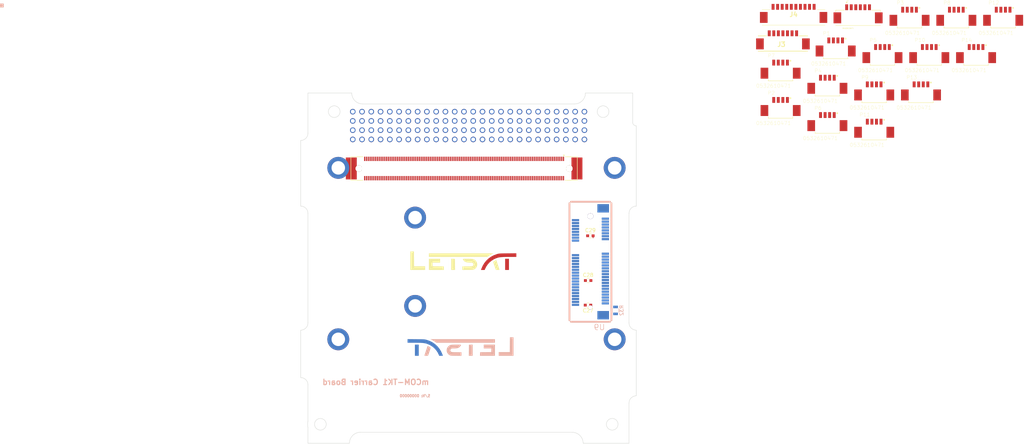
<source format=kicad_pcb>
(kicad_pcb (version 4) (host pcbnew 4.0.7)

  (general
    (links 0)
    (no_connects 91)
    (area -0.7 -42.371452 280.400302 124.545)
    (thickness 1.6)
    (drawings 2)
    (tracks 1)
    (zones 0)
    (modules 28)
    (nets 377)
  )

  (page A4)
  (layers
    (0 F.Cu signal)
    (1 In1.Cu power)
    (2 In2.Cu power)
    (31 B.Cu signal)
    (32 B.Adhes user)
    (33 F.Adhes user)
    (34 B.Paste user)
    (35 F.Paste user)
    (36 B.SilkS user)
    (37 F.SilkS user)
    (38 B.Mask user)
    (39 F.Mask user)
    (40 Dwgs.User user)
    (41 Cmts.User user)
    (42 Eco1.User user)
    (43 Eco2.User user)
    (44 Edge.Cuts user)
    (45 Margin user)
    (46 B.CrtYd user hide)
    (47 F.CrtYd user)
    (48 B.Fab user hide)
    (49 F.Fab user hide)
  )

  (setup
    (last_trace_width 0.25)
    (trace_clearance 0.2)
    (zone_clearance 0.8)
    (zone_45_only no)
    (trace_min 0.1)
    (segment_width 0.2)
    (edge_width 0.15)
    (via_size 0.6)
    (via_drill 0.4)
    (via_min_size 0.4)
    (via_min_drill 0.3)
    (uvia_size 0.3)
    (uvia_drill 0.1)
    (uvias_allowed no)
    (uvia_min_size 0.2)
    (uvia_min_drill 0.1)
    (pcb_text_width 0.3)
    (pcb_text_size 1.5 1.5)
    (mod_edge_width 0.15)
    (mod_text_size 1 1)
    (mod_text_width 0.15)
    (pad_size 1 1)
    (pad_drill 0)
    (pad_to_mask_clearance 0.2)
    (aux_axis_origin 0 0)
    (grid_origin 128.775 45.85)
    (visible_elements 7FFFF7FF)
    (pcbplotparams
      (layerselection 0x00030_80000001)
      (usegerberextensions false)
      (excludeedgelayer true)
      (linewidth 0.100000)
      (plotframeref false)
      (viasonmask false)
      (mode 1)
      (useauxorigin false)
      (hpglpennumber 1)
      (hpglpenspeed 20)
      (hpglpendiameter 15)
      (hpglpenoverlay 2)
      (psnegative false)
      (psa4output false)
      (plotreference true)
      (plotvalue true)
      (plotinvisibletext false)
      (padsonsilk false)
      (subtractmaskfromsilk false)
      (outputformat 1)
      (mirror false)
      (drillshape 1)
      (scaleselection 1)
      (outputdirectory ""))
  )

  (net 0 "")
  (net 1 +3.3V)
  (net 2 mCOM_5V_SBY)
  (net 3 I2C_CK)
  (net 4 I2C_DAT)
  (net 5 "Net-(R32-Pad1)")
  (net 6 SATA0_RX+)
  (net 7 SATA0_RX-)
  (net 8 SATA0_TX-)
  (net 9 SATA0_TX+)
  (net 10 SATA_ACTn)
  (net 11 GPI0)
  (net 12 GPI1)
  (net 13 GPI2)
  (net 14 GPI3)
  (net 15 GPO0)
  (net 16 mCOM_TX)
  (net 17 mCOM_RX)
  (net 18 PWRBTNn)
  (net 19 PWR_OK)
  (net 20 SYS_RESETn)
  (net 21 GPO1)
  (net 22 GPO2)
  (net 23 GPO3)
  (net 24 WAKE1n)
  (net 25 SLEEPn)
  (net 26 mCOM_12V)
  (net 27 "GBE0_CTREF(GND)")
  (net 28 GBE0_MDI3-)
  (net 29 GBE0_MDI3+)
  (net 30 GBE0_LINK100#)
  (net 31 GBE0_LINK1000#)
  (net 32 GBE0_MDI2-)
  (net 33 GBE0_MDI2+)
  (net 34 GBE0_MDI1-)
  (net 35 GBE0_MDI1+)
  (net 36 GBE0_MDI0-)
  (net 37 GBE0_MDI0+)
  (net 38 SPI_MISO)
  (net 39 SPI_CLK)
  (net 40 SPI_MOSI)
  (net 41 SPI_CS#)
  (net 42 "Net-(J1-Pad8)")
  (net 43 "Net-(J1-Pad15)")
  (net 44 "Net-(J1-Pad18)")
  (net 45 "Net-(J1-Pad22)")
  (net 46 "Net-(J1-Pad23)")
  (net 47 "Net-(J1-Pad24)")
  (net 48 "Net-(J1-Pad25)")
  (net 49 "Net-(J1-Pad26)")
  (net 50 "Net-(J1-Pad27)")
  (net 51 "Net-(J1-Pad29)")
  (net 52 "Net-(J1-Pad30)")
  (net 53 "Net-(J1-Pad32)")
  (net 54 "Net-(J1-Pad33)")
  (net 55 "Net-(J1-Pad34)")
  (net 56 "Net-(J1-Pad35)")
  (net 57 "Net-(J1-Pad36)")
  (net 58 "Net-(J1-Pad37)")
  (net 59 "Net-(J1-Pad38)")
  (net 60 "Net-(J1-Pad39)")
  (net 61 "Net-(J1-Pad40)")
  (net 62 "Net-(J1-Pad42)")
  (net 63 "Net-(J1-Pad43)")
  (net 64 "Net-(J1-Pad44)")
  (net 65 "Net-(J1-Pad45)")
  (net 66 "Net-(J1-Pad46)")
  (net 67 "Net-(J1-Pad47)")
  (net 68 "Net-(J1-Pad48)")
  (net 69 "Net-(J1-Pad49)")
  (net 70 "Net-(J1-Pad50)")
  (net 71 "Net-(J1-Pad52)")
  (net 72 "Net-(J1-Pad53)")
  (net 73 "Net-(J1-Pad55)")
  (net 74 "Net-(J1-Pad56)")
  (net 75 "Net-(J1-Pad58)")
  (net 76 "Net-(J1-Pad59)")
  (net 77 "Net-(J1-Pad61)")
  (net 78 "Net-(J1-Pad62)")
  (net 79 "Net-(J1-Pad64)")
  (net 80 "Net-(J1-Pad65)")
  (net 81 "Net-(J1-Pad68)")
  (net 82 "Net-(J1-Pad69)")
  (net 83 "Net-(J1-Pad71)")
  (net 84 "Net-(J1-Pad72)")
  (net 85 "Net-(J1-Pad73)")
  (net 86 "Net-(J1-Pad74)")
  (net 87 "Net-(J1-Pad75)")
  (net 88 "Net-(J1-Pad76)")
  (net 89 "Net-(J1-Pad77)")
  (net 90 "Net-(J1-Pad78)")
  (net 91 "Net-(J1-Pad79)")
  (net 92 "Net-(J1-Pad81)")
  (net 93 "Net-(J1-Pad82)")
  (net 94 "Net-(J1-Pad83)")
  (net 95 "Net-(J1-Pad84)")
  (net 96 "Net-(J1-Pad86)")
  (net 97 "Net-(J1-Pad87)")
  (net 98 "Net-(J1-Pad88)")
  (net 99 "Net-(J1-Pad89)")
  (net 100 "Net-(J1-Pad91)")
  (net 101 "Net-(J1-Pad96)")
  (net 102 "Net-(J1-Pad101)")
  (net 103 "Net-(J1-Pad102)")
  (net 104 "Net-(J1-Pad103)")
  (net 105 "Net-(J1-Pad112)")
  (net 106 "Net-(J1-Pad113)")
  (net 107 "Net-(J1-Pad114)")
  (net 108 "Net-(J1-Pad115)")
  (net 109 "Net-(J1-Pad123)")
  (net 110 "Net-(J1-Pad124)")
  (net 111 "Net-(J1-Pad125)")
  (net 112 "Net-(J1-Pad126)")
  (net 113 "Net-(J1-Pad127)")
  (net 114 "Net-(J1-Pad128)")
  (net 115 "Net-(J1-Pad129)")
  (net 116 "Net-(J1-Pad130)")
  (net 117 "Net-(J1-Pad132)")
  (net 118 "Net-(J1-Pad133)")
  (net 119 "Net-(J1-Pad135)")
  (net 120 "Net-(J1-Pad136)")
  (net 121 "Net-(J1-Pad137)")
  (net 122 "Net-(J1-Pad138)")
  (net 123 "Net-(J1-Pad139)")
  (net 124 "Net-(J1-Pad140)")
  (net 125 "Net-(J1-Pad142)")
  (net 126 "Net-(J1-Pad145)")
  (net 127 "Net-(J1-Pad146)")
  (net 128 "Net-(J1-Pad147)")
  (net 129 "Net-(J1-Pad148)")
  (net 130 "Net-(J1-Pad149)")
  (net 131 "Net-(J1-Pad150)")
  (net 132 "Net-(J1-Pad152)")
  (net 133 "Net-(J1-Pad153)")
  (net 134 "Net-(J1-Pad154)")
  (net 135 "Net-(J1-Pad155)")
  (net 136 "Net-(J1-Pad156)")
  (net 137 "Net-(J1-Pad157)")
  (net 138 "Net-(J1-Pad158)")
  (net 139 "Net-(J1-Pad160)")
  (net 140 "Net-(J1-Pad162)")
  (net 141 "Net-(J1-Pad163)")
  (net 142 "Net-(J1-Pad165)")
  (net 143 "Net-(J1-Pad166)")
  (net 144 "Net-(J1-Pad168)")
  (net 145 "Net-(J1-Pad169)")
  (net 146 "Net-(J1-Pad171)")
  (net 147 "Net-(J1-Pad172)")
  (net 148 "Net-(J1-Pad174)")
  (net 149 "Net-(J1-Pad175)")
  (net 150 "Net-(J1-Pad176)")
  (net 151 "Net-(J1-Pad178)")
  (net 152 "Net-(J1-Pad179)")
  (net 153 "Net-(J1-Pad181)")
  (net 154 "Net-(J1-Pad182)")
  (net 155 "Net-(J1-Pad183)")
  (net 156 "Net-(J1-Pad184)")
  (net 157 "Net-(J1-Pad185)")
  (net 158 "Net-(J1-Pad186)")
  (net 159 "Net-(J1-Pad187)")
  (net 160 "Net-(J1-Pad188)")
  (net 161 "Net-(J1-Pad189)")
  (net 162 "Net-(J1-Pad191)")
  (net 163 "Net-(J1-Pad192)")
  (net 164 "Net-(J1-Pad193)")
  (net 165 "Net-(J1-Pad198)")
  (net 166 "Net-(J1-Pad199)")
  (net 167 "Net-(J1-Pad201)")
  (net 168 "Net-(J1-Pad202)")
  (net 169 "Net-(J1-Pad203)")
  (net 170 "Net-(J1-Pad204)")
  (net 171 "Net-(J1-Pad205)")
  (net 172 "Net-(J1-Pad206)")
  (net 173 "Net-(J1-Pad207)")
  (net 174 "Net-(J1-Pad208)")
  (net 175 "Net-(J1-Pad209)")
  (net 176 "Net-(J1-Pad211)")
  (net 177 "Net-(J1-Pad212)")
  (net 178 "Net-(J3-Pad1)")
  (net 179 "Net-(J3-Pad2)")
  (net 180 "Net-(J3-Pad3)")
  (net 181 "Net-(J3-Pad4)")
  (net 182 "Net-(J3-Pad5)")
  (net 183 "Net-(J3-Pad6)")
  (net 184 "Net-(J3-Pad7)")
  (net 185 "Net-(U9-Pad1)")
  (net 186 "Net-(U9-Pad3)")
  (net 187 "Net-(U9-Pad5)")
  (net 188 "Net-(U9-Pad6)")
  (net 189 "Net-(U9-Pad7)")
  (net 190 "Net-(U9-Pad8)")
  (net 191 "Net-(U9-Pad10)")
  (net 192 "Net-(U9-Pad11)")
  (net 193 "Net-(U9-Pad12)")
  (net 194 "Net-(U9-Pad13)")
  (net 195 "Net-(U9-Pad14)")
  (net 196 "Net-(U9-Pad16)")
  (net 197 "Net-(U9-Pad17)")
  (net 198 "Net-(U9-Pad19)")
  (net 199 "Net-(U9-Pad20)")
  (net 200 "Net-(U9-Pad22)")
  (net 201 "Net-(U9-Pad28)")
  (net 202 "Net-(U9-Pad30)")
  (net 203 "Net-(U9-Pad32)")
  (net 204 "Net-(U9-Pad36)")
  (net 205 "Net-(U9-Pad38)")
  (net 206 "Net-(U9-Pad42)")
  (net 207 "Net-(U9-Pad43)")
  (net 208 "Net-(U9-Pad44)")
  (net 209 "Net-(U9-Pad45)")
  (net 210 "Net-(U9-Pad46)")
  (net 211 "Net-(U9-Pad47)")
  (net 212 "Net-(U9-Pad48)")
  (net 213 GNDREF)
  (net 214 mCOM_GND)
  (net 215 "Net-(J1-Pad120)")
  (net 216 "Net-(J1-Pad119)")
  (net 217 "Net-(J1-Pad118)")
  (net 218 "Net-(J1-Pad117)")
  (net 219 "Net-(J1-Pad116)")
  (net 220 "Net-(J2-Pad1)")
  (net 221 "Net-(J2-Pad2)")
  (net 222 "Net-(J2-Pad3)")
  (net 223 "Net-(J2-Pad4)")
  (net 224 "Net-(J2-Pad5)")
  (net 225 "Net-(J2-Pad6)")
  (net 226 "Net-(J2-PadS1)")
  (net 227 CAN_L)
  (net 228 "GPS_PPS signal output")
  (net 229 CAN_H)
  (net 230 "Net-(H1-Pad4)")
  (net 231 *GPIO_PA10)
  (net 232 "Net-(H1-Pad6)")
  (net 233 "* GPIO_PH6")
  (net 234 "* GPIO_PH9")
  (net 235 "* GPIO PH10")
  (net 236 "* GPIO PH11")
  (net 237 "Net-(H1-Pad11)")
  (net 238 "Net-(H1-Pad12)")
  (net 239 "* ADC1_IN4 (PC4)")
  (net 240 "* ADC1_IN8 (PC5)")
  (net 241 "* ADC1_IN5 (PB1)")
  (net 242 "* ADC1_IN9 (PB0)")
  (net 243 "* UHF radio UART2_RX / ** UART2_TX")
  (net 244 "* UHF radio UART2_TX / ** UART2_RX")
  (net 245 "Net-(H1-Pad19)")
  (net 246 "Net-(H1-Pad20)")
  (net 247 "Net-(H1-Pad21)")
  (net 248 "Net-(H1-Pad22)")
  (net 249 "Net-(H1-Pad23)")
  (net 250 "Net-(H1-Pad24)")
  (net 251 "Net-(H1-Pad25)")
  (net 252 "Net-(H1-Pad26)")
  (net 253 "Net-(H1-Pad27)")
  (net 254 "Net-(H1-Pad28)")
  (net 255 "Net-(H1-Pad29)")
  (net 256 "Net-(H1-Pad30)")
  (net 257 "Net-(H1-Pad31)")
  (net 258 5VUSB_CHG)
  (net 259 "Net-(H1-Pad33)")
  (net 260 "Net-(H1-Pad34)")
  (net 261 "Net-(H1-Pad35)")
  (net 262 "Net-(H1-Pad36)")
  (net 263 "Net-(H1-Pad37)")
  (net 264 "Net-(H1-Pad38)")
  (net 265 "Net-(H1-Pad39)")
  (net 266 "Net-(H1-Pad40)")
  (net 267 "* I2C3_SDA")
  (net 268 "Net-(H1-Pad42)")
  (net 269 "* I2C3_SCL")
  (net 270 "Net-(H1-Pad44)")
  (net 271 "Net-(H1-Pad45)")
  (net 272 "Net-(H1-Pad46)")
  (net 273 "5 V Reaction wheels power supply (default option)")
  (net 274 "3.3 V 3C2 board power supply (default option)")
  (net 275 "Net-(H1-Pad49)")
  (net 276 "Net-(H1-Pad50)")
  (net 277 "Net-(H1-Pad51)")
  (net 278 "Net-(H1-Pad52)")
  (net 279 "Net-(H2-Pad1)")
  (net 280 "Net-(H2-Pad2)")
  (net 281 "Net-(H2-Pad3)")
  (net 282 "Net-(H2-Pad4)")
  (net 283 "Net-(H2-Pad5)")
  (net 284 "Net-(H2-Pad6)")
  (net 285 "Net-(H2-Pad7)")
  (net 286 SW1_12v)
  (net 287 GND)
  (net 288 SW2_12v)
  (net 289 SW3_BatV)
  (net 290 SW4_BatV)
  (net 291 SW5_5v)
  (net 292 SW6_5v)
  (net 293 SW7_5v)
  (net 294 SW8_3V3)
  (net 295 SW9_3V3)
  (net 296 SW10_3V3)
  (net 297 12V)
  (net 298 5V)
  (net 299 3V3)
  (net 300 AGND)
  (net 301 DNU)
  (net 302 PCM_IN)
  (net 303 BCR_OUT)
  (net 304 BatV)
  (net 305 "Net-(H2-Pad49)")
  (net 306 "Net-(H2-Pad50)")
  (net 307 "Net-(H2-Pad51)")
  (net 308 "Net-(H2-Pad52)")
  (net 309 "Net-(J4-Pad1)")
  (net 310 "Net-(J4-Pad2)")
  (net 311 "Net-(J4-Pad3)")
  (net 312 "Net-(J4-Pad4)")
  (net 313 "Net-(J4-Pad5)")
  (net 314 "Net-(J4-Pad6)")
  (net 315 "Net-(J4-Pad7)")
  (net 316 "Net-(J4-Pad8)")
  (net 317 "Net-(J4-Pad9)")
  (net 318 "Net-(J4-Pad10)")
  (net 319 "Net-(J4-Pad11)")
  (net 320 "Net-(J4-Pad12)")
  (net 321 "Net-(P1-Pad2)")
  (net 322 "Net-(P1-Pad1)")
  (net 323 "Net-(P1-Pad3)")
  (net 324 "Net-(P1-Pad4)")
  (net 325 "Net-(P2-Pad2)")
  (net 326 "Net-(P2-Pad1)")
  (net 327 "Net-(P2-Pad3)")
  (net 328 "Net-(P2-Pad4)")
  (net 329 "Net-(P3-Pad2)")
  (net 330 "Net-(P3-Pad1)")
  (net 331 "Net-(P3-Pad3)")
  (net 332 "Net-(P3-Pad4)")
  (net 333 "Net-(P4-Pad2)")
  (net 334 "Net-(P4-Pad1)")
  (net 335 "Net-(P4-Pad3)")
  (net 336 "Net-(P4-Pad4)")
  (net 337 "Net-(P5-Pad2)")
  (net 338 "Net-(P5-Pad1)")
  (net 339 "Net-(P5-Pad3)")
  (net 340 "Net-(P5-Pad4)")
  (net 341 "Net-(P6-Pad2)")
  (net 342 "Net-(P6-Pad1)")
  (net 343 "Net-(P6-Pad3)")
  (net 344 "Net-(P6-Pad4)")
  (net 345 "Net-(P7-Pad2)")
  (net 346 "Net-(P7-Pad1)")
  (net 347 "Net-(P7-Pad3)")
  (net 348 "Net-(P7-Pad4)")
  (net 349 "Net-(P8-Pad2)")
  (net 350 "Net-(P8-Pad1)")
  (net 351 "Net-(P8-Pad3)")
  (net 352 "Net-(P8-Pad4)")
  (net 353 "Net-(P9-Pad2)")
  (net 354 "Net-(P9-Pad1)")
  (net 355 "Net-(P9-Pad3)")
  (net 356 "Net-(P9-Pad4)")
  (net 357 "Net-(P10-Pad2)")
  (net 358 "Net-(P10-Pad1)")
  (net 359 "Net-(P10-Pad3)")
  (net 360 "Net-(P10-Pad4)")
  (net 361 "Net-(P11-Pad2)")
  (net 362 "Net-(P11-Pad1)")
  (net 363 "Net-(P11-Pad3)")
  (net 364 "Net-(P11-Pad4)")
  (net 365 "Net-(P12-Pad2)")
  (net 366 "Net-(P12-Pad1)")
  (net 367 "Net-(P12-Pad3)")
  (net 368 "Net-(P12-Pad4)")
  (net 369 "Net-(P13-Pad2)")
  (net 370 "Net-(P13-Pad1)")
  (net 371 "Net-(P13-Pad3)")
  (net 372 "Net-(P13-Pad4)")
  (net 373 "Net-(P14-Pad2)")
  (net 374 "Net-(P14-Pad1)")
  (net 375 "Net-(P14-Pad3)")
  (net 376 "Net-(P14-Pad4)")

  (net_class Default "This is the default net class."
    (clearance 0.2)
    (trace_width 0.25)
    (via_dia 0.6)
    (via_drill 0.4)
    (uvia_dia 0.3)
    (uvia_drill 0.1)
    (add_net "* ADC1_IN4 (PC4)")
    (add_net "* ADC1_IN5 (PB1)")
    (add_net "* ADC1_IN8 (PC5)")
    (add_net "* ADC1_IN9 (PB0)")
    (add_net "* GPIO PH10")
    (add_net "* GPIO PH11")
    (add_net "* GPIO_PH6")
    (add_net "* GPIO_PH9")
    (add_net "* I2C3_SCL")
    (add_net "* I2C3_SDA")
    (add_net "* UHF radio UART2_RX / ** UART2_TX")
    (add_net "* UHF radio UART2_TX / ** UART2_RX")
    (add_net *GPIO_PA10)
    (add_net 12V)
    (add_net "3.3 V 3C2 board power supply (default option)")
    (add_net 3V3)
    (add_net "5 V Reaction wheels power supply (default option)")
    (add_net 5V)
    (add_net 5VUSB_CHG)
    (add_net AGND)
    (add_net BCR_OUT)
    (add_net BatV)
    (add_net CAN_H)
    (add_net CAN_L)
    (add_net DNU)
    (add_net GND)
    (add_net GNDREF)
    (add_net "GPS_PPS signal output")
    (add_net "Net-(H1-Pad11)")
    (add_net "Net-(H1-Pad12)")
    (add_net "Net-(H1-Pad19)")
    (add_net "Net-(H1-Pad20)")
    (add_net "Net-(H1-Pad21)")
    (add_net "Net-(H1-Pad22)")
    (add_net "Net-(H1-Pad23)")
    (add_net "Net-(H1-Pad24)")
    (add_net "Net-(H1-Pad25)")
    (add_net "Net-(H1-Pad26)")
    (add_net "Net-(H1-Pad27)")
    (add_net "Net-(H1-Pad28)")
    (add_net "Net-(H1-Pad29)")
    (add_net "Net-(H1-Pad30)")
    (add_net "Net-(H1-Pad31)")
    (add_net "Net-(H1-Pad33)")
    (add_net "Net-(H1-Pad34)")
    (add_net "Net-(H1-Pad35)")
    (add_net "Net-(H1-Pad36)")
    (add_net "Net-(H1-Pad37)")
    (add_net "Net-(H1-Pad38)")
    (add_net "Net-(H1-Pad39)")
    (add_net "Net-(H1-Pad4)")
    (add_net "Net-(H1-Pad40)")
    (add_net "Net-(H1-Pad42)")
    (add_net "Net-(H1-Pad44)")
    (add_net "Net-(H1-Pad45)")
    (add_net "Net-(H1-Pad46)")
    (add_net "Net-(H1-Pad49)")
    (add_net "Net-(H1-Pad50)")
    (add_net "Net-(H1-Pad51)")
    (add_net "Net-(H1-Pad52)")
    (add_net "Net-(H1-Pad6)")
    (add_net "Net-(H2-Pad1)")
    (add_net "Net-(H2-Pad2)")
    (add_net "Net-(H2-Pad3)")
    (add_net "Net-(H2-Pad4)")
    (add_net "Net-(H2-Pad49)")
    (add_net "Net-(H2-Pad5)")
    (add_net "Net-(H2-Pad50)")
    (add_net "Net-(H2-Pad51)")
    (add_net "Net-(H2-Pad52)")
    (add_net "Net-(H2-Pad6)")
    (add_net "Net-(H2-Pad7)")
    (add_net "Net-(J1-Pad101)")
    (add_net "Net-(J1-Pad102)")
    (add_net "Net-(J1-Pad103)")
    (add_net "Net-(J1-Pad112)")
    (add_net "Net-(J1-Pad113)")
    (add_net "Net-(J1-Pad114)")
    (add_net "Net-(J1-Pad115)")
    (add_net "Net-(J1-Pad116)")
    (add_net "Net-(J1-Pad117)")
    (add_net "Net-(J1-Pad118)")
    (add_net "Net-(J1-Pad119)")
    (add_net "Net-(J1-Pad120)")
    (add_net "Net-(J1-Pad123)")
    (add_net "Net-(J1-Pad124)")
    (add_net "Net-(J1-Pad125)")
    (add_net "Net-(J1-Pad126)")
    (add_net "Net-(J1-Pad127)")
    (add_net "Net-(J1-Pad128)")
    (add_net "Net-(J1-Pad129)")
    (add_net "Net-(J1-Pad130)")
    (add_net "Net-(J1-Pad132)")
    (add_net "Net-(J1-Pad133)")
    (add_net "Net-(J1-Pad135)")
    (add_net "Net-(J1-Pad136)")
    (add_net "Net-(J1-Pad137)")
    (add_net "Net-(J1-Pad138)")
    (add_net "Net-(J1-Pad139)")
    (add_net "Net-(J1-Pad140)")
    (add_net "Net-(J1-Pad142)")
    (add_net "Net-(J1-Pad145)")
    (add_net "Net-(J1-Pad146)")
    (add_net "Net-(J1-Pad147)")
    (add_net "Net-(J1-Pad148)")
    (add_net "Net-(J1-Pad149)")
    (add_net "Net-(J1-Pad15)")
    (add_net "Net-(J1-Pad150)")
    (add_net "Net-(J1-Pad152)")
    (add_net "Net-(J1-Pad153)")
    (add_net "Net-(J1-Pad154)")
    (add_net "Net-(J1-Pad155)")
    (add_net "Net-(J1-Pad156)")
    (add_net "Net-(J1-Pad157)")
    (add_net "Net-(J1-Pad158)")
    (add_net "Net-(J1-Pad160)")
    (add_net "Net-(J1-Pad162)")
    (add_net "Net-(J1-Pad163)")
    (add_net "Net-(J1-Pad165)")
    (add_net "Net-(J1-Pad166)")
    (add_net "Net-(J1-Pad168)")
    (add_net "Net-(J1-Pad169)")
    (add_net "Net-(J1-Pad171)")
    (add_net "Net-(J1-Pad172)")
    (add_net "Net-(J1-Pad174)")
    (add_net "Net-(J1-Pad175)")
    (add_net "Net-(J1-Pad176)")
    (add_net "Net-(J1-Pad178)")
    (add_net "Net-(J1-Pad179)")
    (add_net "Net-(J1-Pad18)")
    (add_net "Net-(J1-Pad181)")
    (add_net "Net-(J1-Pad182)")
    (add_net "Net-(J1-Pad183)")
    (add_net "Net-(J1-Pad184)")
    (add_net "Net-(J1-Pad185)")
    (add_net "Net-(J1-Pad186)")
    (add_net "Net-(J1-Pad187)")
    (add_net "Net-(J1-Pad188)")
    (add_net "Net-(J1-Pad189)")
    (add_net "Net-(J1-Pad191)")
    (add_net "Net-(J1-Pad192)")
    (add_net "Net-(J1-Pad193)")
    (add_net "Net-(J1-Pad198)")
    (add_net "Net-(J1-Pad199)")
    (add_net "Net-(J1-Pad201)")
    (add_net "Net-(J1-Pad202)")
    (add_net "Net-(J1-Pad203)")
    (add_net "Net-(J1-Pad204)")
    (add_net "Net-(J1-Pad205)")
    (add_net "Net-(J1-Pad206)")
    (add_net "Net-(J1-Pad207)")
    (add_net "Net-(J1-Pad208)")
    (add_net "Net-(J1-Pad209)")
    (add_net "Net-(J1-Pad211)")
    (add_net "Net-(J1-Pad212)")
    (add_net "Net-(J1-Pad22)")
    (add_net "Net-(J1-Pad23)")
    (add_net "Net-(J1-Pad24)")
    (add_net "Net-(J1-Pad25)")
    (add_net "Net-(J1-Pad26)")
    (add_net "Net-(J1-Pad27)")
    (add_net "Net-(J1-Pad29)")
    (add_net "Net-(J1-Pad30)")
    (add_net "Net-(J1-Pad32)")
    (add_net "Net-(J1-Pad33)")
    (add_net "Net-(J1-Pad34)")
    (add_net "Net-(J1-Pad35)")
    (add_net "Net-(J1-Pad36)")
    (add_net "Net-(J1-Pad37)")
    (add_net "Net-(J1-Pad38)")
    (add_net "Net-(J1-Pad39)")
    (add_net "Net-(J1-Pad40)")
    (add_net "Net-(J1-Pad42)")
    (add_net "Net-(J1-Pad43)")
    (add_net "Net-(J1-Pad44)")
    (add_net "Net-(J1-Pad45)")
    (add_net "Net-(J1-Pad46)")
    (add_net "Net-(J1-Pad47)")
    (add_net "Net-(J1-Pad48)")
    (add_net "Net-(J1-Pad49)")
    (add_net "Net-(J1-Pad50)")
    (add_net "Net-(J1-Pad52)")
    (add_net "Net-(J1-Pad53)")
    (add_net "Net-(J1-Pad55)")
    (add_net "Net-(J1-Pad56)")
    (add_net "Net-(J1-Pad58)")
    (add_net "Net-(J1-Pad59)")
    (add_net "Net-(J1-Pad61)")
    (add_net "Net-(J1-Pad62)")
    (add_net "Net-(J1-Pad64)")
    (add_net "Net-(J1-Pad65)")
    (add_net "Net-(J1-Pad68)")
    (add_net "Net-(J1-Pad69)")
    (add_net "Net-(J1-Pad71)")
    (add_net "Net-(J1-Pad72)")
    (add_net "Net-(J1-Pad73)")
    (add_net "Net-(J1-Pad74)")
    (add_net "Net-(J1-Pad75)")
    (add_net "Net-(J1-Pad76)")
    (add_net "Net-(J1-Pad77)")
    (add_net "Net-(J1-Pad78)")
    (add_net "Net-(J1-Pad79)")
    (add_net "Net-(J1-Pad8)")
    (add_net "Net-(J1-Pad81)")
    (add_net "Net-(J1-Pad82)")
    (add_net "Net-(J1-Pad83)")
    (add_net "Net-(J1-Pad84)")
    (add_net "Net-(J1-Pad86)")
    (add_net "Net-(J1-Pad87)")
    (add_net "Net-(J1-Pad88)")
    (add_net "Net-(J1-Pad89)")
    (add_net "Net-(J1-Pad91)")
    (add_net "Net-(J1-Pad96)")
    (add_net "Net-(J2-Pad1)")
    (add_net "Net-(J2-Pad2)")
    (add_net "Net-(J2-Pad3)")
    (add_net "Net-(J2-Pad4)")
    (add_net "Net-(J2-Pad5)")
    (add_net "Net-(J2-Pad6)")
    (add_net "Net-(J2-PadS1)")
    (add_net "Net-(J3-Pad1)")
    (add_net "Net-(J3-Pad2)")
    (add_net "Net-(J3-Pad3)")
    (add_net "Net-(J3-Pad4)")
    (add_net "Net-(J3-Pad5)")
    (add_net "Net-(J3-Pad6)")
    (add_net "Net-(J3-Pad7)")
    (add_net "Net-(J4-Pad1)")
    (add_net "Net-(J4-Pad10)")
    (add_net "Net-(J4-Pad11)")
    (add_net "Net-(J4-Pad12)")
    (add_net "Net-(J4-Pad2)")
    (add_net "Net-(J4-Pad3)")
    (add_net "Net-(J4-Pad4)")
    (add_net "Net-(J4-Pad5)")
    (add_net "Net-(J4-Pad6)")
    (add_net "Net-(J4-Pad7)")
    (add_net "Net-(J4-Pad8)")
    (add_net "Net-(J4-Pad9)")
    (add_net "Net-(P1-Pad1)")
    (add_net "Net-(P1-Pad2)")
    (add_net "Net-(P1-Pad3)")
    (add_net "Net-(P1-Pad4)")
    (add_net "Net-(P10-Pad1)")
    (add_net "Net-(P10-Pad2)")
    (add_net "Net-(P10-Pad3)")
    (add_net "Net-(P10-Pad4)")
    (add_net "Net-(P11-Pad1)")
    (add_net "Net-(P11-Pad2)")
    (add_net "Net-(P11-Pad3)")
    (add_net "Net-(P11-Pad4)")
    (add_net "Net-(P12-Pad1)")
    (add_net "Net-(P12-Pad2)")
    (add_net "Net-(P12-Pad3)")
    (add_net "Net-(P12-Pad4)")
    (add_net "Net-(P13-Pad1)")
    (add_net "Net-(P13-Pad2)")
    (add_net "Net-(P13-Pad3)")
    (add_net "Net-(P13-Pad4)")
    (add_net "Net-(P14-Pad1)")
    (add_net "Net-(P14-Pad2)")
    (add_net "Net-(P14-Pad3)")
    (add_net "Net-(P14-Pad4)")
    (add_net "Net-(P2-Pad1)")
    (add_net "Net-(P2-Pad2)")
    (add_net "Net-(P2-Pad3)")
    (add_net "Net-(P2-Pad4)")
    (add_net "Net-(P3-Pad1)")
    (add_net "Net-(P3-Pad2)")
    (add_net "Net-(P3-Pad3)")
    (add_net "Net-(P3-Pad4)")
    (add_net "Net-(P4-Pad1)")
    (add_net "Net-(P4-Pad2)")
    (add_net "Net-(P4-Pad3)")
    (add_net "Net-(P4-Pad4)")
    (add_net "Net-(P5-Pad1)")
    (add_net "Net-(P5-Pad2)")
    (add_net "Net-(P5-Pad3)")
    (add_net "Net-(P5-Pad4)")
    (add_net "Net-(P6-Pad1)")
    (add_net "Net-(P6-Pad2)")
    (add_net "Net-(P6-Pad3)")
    (add_net "Net-(P6-Pad4)")
    (add_net "Net-(P7-Pad1)")
    (add_net "Net-(P7-Pad2)")
    (add_net "Net-(P7-Pad3)")
    (add_net "Net-(P7-Pad4)")
    (add_net "Net-(P8-Pad1)")
    (add_net "Net-(P8-Pad2)")
    (add_net "Net-(P8-Pad3)")
    (add_net "Net-(P8-Pad4)")
    (add_net "Net-(P9-Pad1)")
    (add_net "Net-(P9-Pad2)")
    (add_net "Net-(P9-Pad3)")
    (add_net "Net-(P9-Pad4)")
    (add_net "Net-(R32-Pad1)")
    (add_net "Net-(U9-Pad1)")
    (add_net "Net-(U9-Pad10)")
    (add_net "Net-(U9-Pad11)")
    (add_net "Net-(U9-Pad12)")
    (add_net "Net-(U9-Pad13)")
    (add_net "Net-(U9-Pad14)")
    (add_net "Net-(U9-Pad16)")
    (add_net "Net-(U9-Pad17)")
    (add_net "Net-(U9-Pad19)")
    (add_net "Net-(U9-Pad20)")
    (add_net "Net-(U9-Pad22)")
    (add_net "Net-(U9-Pad28)")
    (add_net "Net-(U9-Pad3)")
    (add_net "Net-(U9-Pad30)")
    (add_net "Net-(U9-Pad32)")
    (add_net "Net-(U9-Pad36)")
    (add_net "Net-(U9-Pad38)")
    (add_net "Net-(U9-Pad42)")
    (add_net "Net-(U9-Pad43)")
    (add_net "Net-(U9-Pad44)")
    (add_net "Net-(U9-Pad45)")
    (add_net "Net-(U9-Pad46)")
    (add_net "Net-(U9-Pad47)")
    (add_net "Net-(U9-Pad48)")
    (add_net "Net-(U9-Pad5)")
    (add_net "Net-(U9-Pad6)")
    (add_net "Net-(U9-Pad7)")
    (add_net "Net-(U9-Pad8)")
    (add_net PCM_IN)
    (add_net SW10_3V3)
    (add_net SW1_12v)
    (add_net SW2_12v)
    (add_net SW3_BatV)
    (add_net SW4_BatV)
    (add_net SW5_5v)
    (add_net SW6_5v)
    (add_net SW7_5v)
    (add_net SW8_3V3)
    (add_net SW9_3V3)
    (add_net mCOM_GND)
    (add_net mCOM_RX)
    (add_net mCOM_TX)
  )

  (net_class ETHERNET ""
    (clearance 0.1)
    (trace_width 0.127)
    (via_dia 0.6)
    (via_drill 0.4)
    (uvia_dia 0.3)
    (uvia_drill 0.1)
    (add_net GBE0_LINK100#)
    (add_net GBE0_LINK1000#)
    (add_net GBE0_MDI0+)
    (add_net GBE0_MDI0-)
    (add_net GBE0_MDI1+)
    (add_net GBE0_MDI1-)
    (add_net GBE0_MDI2+)
    (add_net GBE0_MDI2-)
    (add_net GBE0_MDI3+)
    (add_net GBE0_MDI3-)
  )

  (net_class Power ""
    (clearance 0.2)
    (trace_width 0.2)
    (via_dia 0.6)
    (via_drill 0.4)
    (uvia_dia 0.3)
    (uvia_drill 0.1)
    (add_net +3.3V)
    (add_net "GBE0_CTREF(GND)")
    (add_net mCOM_12V)
    (add_net mCOM_5V_SBY)
  )

  (net_class Signal ""
    (clearance 0.2)
    (trace_width 0.127)
    (via_dia 0.6)
    (via_drill 0.4)
    (uvia_dia 0.3)
    (uvia_drill 0.1)
    (add_net GPI0)
    (add_net GPI1)
    (add_net GPI2)
    (add_net GPI3)
    (add_net GPO0)
    (add_net GPO1)
    (add_net GPO2)
    (add_net GPO3)
    (add_net I2C_CK)
    (add_net I2C_DAT)
    (add_net PWRBTNn)
    (add_net PWR_OK)
    (add_net SATA0_RX+)
    (add_net SATA0_RX-)
    (add_net SATA0_TX+)
    (add_net SATA0_TX-)
    (add_net SATA_ACTn)
    (add_net SLEEPn)
    (add_net SPI_CLK)
    (add_net SPI_CS#)
    (add_net SPI_MISO)
    (add_net SPI_MOSI)
    (add_net SYS_RESETn)
    (add_net WAKE1n)
  )

  (module Carrier-Board:LetSat1PCB (layer F.Cu) (tedit 5ABB5682) (tstamp 5AB9E869)
    (at 83.92 120)
    (fp_text reference REF** (at -9.74 3.47) (layer F.SilkS) hide
      (effects (font (size 1 1) (thickness 0.15)))
    )
    (fp_text value LetSat1PCB (at -7.35 1.52) (layer F.Fab)
      (effects (font (size 1 1) (thickness 0.15)))
    )
    (fp_circle (center 83.4 -5.2) (end 85 -5.2) (layer Edge.Cuts) (width 0.1))
    (fp_circle (center 3.4 -5.2) (end 5 -5.2) (layer Edge.Cuts) (width 0.1))
    (fp_circle (center 7.2 -90.9) (end 8.8 -90.9) (layer Edge.Cuts) (width 0.1))
    (fp_circle (center 80.9 -90.9) (end 82.5 -90.9) (layer Edge.Cuts) (width 0.1))
    (fp_circle (center 75.78 -83.28) (end 76.28 -83.28) (layer Dwgs.User) (width 0.1))
    (fp_circle (center 12.28 -90.9) (end 12.78 -90.9) (layer Dwgs.User) (width 0.1))
    (fp_arc (start -2 -16) (end 0 -16) (angle -90) (layer Edge.Cuts) (width 0.1))
    (fp_line (start 14.37 -3) (end 72.43 -3) (layer Edge.Cuts) (width 0.1))
    (fp_line (start 0 0) (end 11.37 0) (layer Edge.Cuts) (width 0.1))
    (fp_line (start 0 -96) (end 0 -85) (layer Edge.Cuts) (width 0.1))
    (fp_line (start 0 -63.000416) (end 0 -33.000416) (layer Edge.Cuts) (width 0.1))
    (fp_line (start 75.43 0) (end 88 0) (layer Edge.Cuts) (width 0.1))
    (fp_line (start -2 -83) (end -2 -65.000416) (layer Edge.Cuts) (width 0.1))
    (fp_arc (start -2 -33.000416) (end -2 -31.000416) (angle -90) (layer Edge.Cuts) (width 0.1))
    (fp_line (start 88 0) (end 88 -11) (layer Edge.Cuts) (width 0.1))
    (fp_arc (start 90 -63.000416) (end 90 -65.000416) (angle -90) (layer Edge.Cuts) (width 0.1))
    (fp_line (start 89 -96) (end 76.06 -96) (layer Edge.Cuts) (width 0.1))
    (fp_line (start -2 -31.000416) (end -2 -18) (layer Edge.Cuts) (width 0.1))
    (fp_arc (start 14.37 0) (end 14.37 -3) (angle -90) (layer Edge.Cuts) (width 0.1))
    (fp_arc (start -2 -85) (end -2 -83) (angle -90) (layer Edge.Cuts) (width 0.1))
    (fp_line (start 0 -4.369338) (end 0 0) (layer Edge.Cuts) (width 0.1))
    (fp_line (start 88 -33.000416) (end 88 -63.000416) (layer Edge.Cuts) (width 0.1))
    (fp_line (start 89 -88) (end 89 -96) (layer Edge.Cuts) (width 0.1))
    (fp_arc (start 15 -96) (end 12 -96) (angle -90) (layer Edge.Cuts) (width 0.1))
    (fp_arc (start 90 -33.000416) (end 88 -33.000416) (angle -90) (layer Edge.Cuts) (width 0.1))
    (fp_arc (start 90 -88) (end 89 -88) (angle -90) (layer Edge.Cuts) (width 0.1))
    (fp_line (start 73.06 -93) (end 15 -93) (layer Edge.Cuts) (width 0.1))
    (fp_arc (start -2 -63.000416) (end 0 -63.000416) (angle -90) (layer Edge.Cuts) (width 0.1))
    (fp_arc (start 3.4 -5.2) (end 0 -6.030662) (angle -27.45826535) (layer Edge.Cuts) (width 0.1))
    (fp_arc (start 72.43 0) (end 75.43 0) (angle -90) (layer Edge.Cuts) (width 0.1))
    (fp_arc (start 90 -11) (end 90 -13) (angle -90) (layer Edge.Cuts) (width 0.1))
    (fp_line (start 90 -13) (end 90 -31.000416) (layer Edge.Cuts) (width 0.1))
    (fp_line (start 90 -65.000416) (end 90 -87) (layer Edge.Cuts) (width 0.1))
    (fp_arc (start 73.06 -96) (end 73.06 -93) (angle -90) (layer Edge.Cuts) (width 0.1))
    (fp_line (start 0 -16) (end 0 -6.030662) (layer Edge.Cuts) (width 0.1))
    (fp_line (start 12 -96) (end 0 -96) (layer Edge.Cuts) (width 0.1))
  )

  (module BusSimulator:LetSatLogo440 (layer B.Cu) (tedit 0) (tstamp 5A74AE46)
    (at 125.595 93.72 180)
    (path /5A0420BA)
    (fp_text reference G1 (at 0 0 180) (layer B.SilkS) hide
      (effects (font (thickness 0.3)) (justify mirror))
    )
    (fp_text value LOGO (at 0.75 0 180) (layer B.SilkS) hide
      (effects (font (thickness 0.3)) (justify mirror))
    )
    (fp_poly (pts (xy 14.374091 1.27) (xy 12.524543 1.27) (xy 11.86217 1.267926) (xy 11.301042 1.260868)
      (xy 10.827009 1.247571) (xy 10.425923 1.226781) (xy 10.083634 1.197245) (xy 9.785993 1.157707)
      (xy 9.51885 1.106914) (xy 9.268056 1.043611) (xy 9.019462 0.966544) (xy 8.990302 0.956718)
      (xy 8.295805 0.66214) (xy 7.651998 0.271547) (xy 7.070416 -0.204436) (xy 6.562591 -0.755186)
      (xy 6.140059 -1.370077) (xy 5.86025 -1.926575) (xy 5.697679 -2.309091) (xy 4.690238 -2.309091)
      (xy 4.830611 -1.922368) (xy 5.178079 -1.127685) (xy 5.615969 -0.40227) (xy 6.138743 0.248783)
      (xy 6.740859 0.820381) (xy 7.416777 1.307428) (xy 8.160957 1.704832) (xy 8.967859 2.007498)
      (xy 9.166755 2.064535) (xy 9.308939 2.102348) (xy 9.437794 2.133407) (xy 9.566419 2.158498)
      (xy 9.70791 2.178408) (xy 9.875366 2.193924) (xy 10.081885 2.205834) (xy 10.340563 2.214924)
      (xy 10.6645 2.221982) (xy 11.066791 2.227793) (xy 11.560536 2.233146) (xy 12.050568 2.237818)
      (xy 14.374091 2.25951) (xy 14.374091 1.27)) (layer B.Cu) (width 0.01))
    (fp_poly (pts (xy 12.353636 -2.309091) (xy 11.314545 -2.309091) (xy 11.314545 0.750455) (xy 12.353636 0.750455)
      (xy 12.353636 -2.309091)) (layer B.Cu) (width 0.01))
    (fp_poly (pts (xy 14.374091 1.27) (xy 12.524543 1.27) (xy 11.86217 1.267926) (xy 11.301042 1.260868)
      (xy 10.827009 1.247571) (xy 10.425923 1.226781) (xy 10.083634 1.197245) (xy 9.785993 1.157707)
      (xy 9.51885 1.106914) (xy 9.268056 1.043611) (xy 9.019462 0.966544) (xy 8.990302 0.956718)
      (xy 8.295805 0.66214) (xy 7.651998 0.271547) (xy 7.070416 -0.204436) (xy 6.562591 -0.755186)
      (xy 6.140059 -1.370077) (xy 5.86025 -1.926575) (xy 5.697679 -2.309091) (xy 4.690238 -2.309091)
      (xy 4.830611 -1.922368) (xy 5.178079 -1.127685) (xy 5.615969 -0.40227) (xy 6.138743 0.248783)
      (xy 6.740859 0.820381) (xy 7.416777 1.307428) (xy 8.160957 1.704832) (xy 8.967859 2.007498)
      (xy 9.166755 2.064535) (xy 9.308939 2.102348) (xy 9.437794 2.133407) (xy 9.566419 2.158498)
      (xy 9.70791 2.178408) (xy 9.875366 2.193924) (xy 10.081885 2.205834) (xy 10.340563 2.214924)
      (xy 10.6645 2.221982) (xy 11.066791 2.227793) (xy 11.560536 2.233146) (xy 12.050568 2.237818)
      (xy 14.374091 2.25951) (xy 14.374091 1.27)) (layer B.Mask) (width 0.01))
    (fp_poly (pts (xy 12.353636 -2.309091) (xy 11.314545 -2.309091) (xy 11.314545 0.750455) (xy 12.353636 0.750455)
      (xy 12.353636 -2.309091)) (layer B.Mask) (width 0.01))
    (fp_poly (pts (xy -13.667671 0.736023) (xy -13.6525 -1.298863) (xy -10.621777 -1.298863) (xy -10.621819 -2.309091)
      (xy -14.662728 -2.309091) (xy -14.662728 2.770909) (xy -13.682841 2.770909) (xy -13.667671 0.736023)) (layer B.SilkS) (width 0.01))
    (fp_poly (pts (xy -6.523182 -0.288636) (xy -8.605859 -0.288636) (xy -8.58918 -0.79375) (xy -8.5725 -1.298863)
      (xy -7.042728 -1.310372) (xy -5.512955 -1.321881) (xy -5.496276 -1.815486) (xy -5.479596 -2.309091)
      (xy -9.582728 -2.309091) (xy -9.582728 0.750455) (xy -6.523182 0.750455) (xy -6.523182 -0.288636)) (layer B.SilkS) (width 0.01))
    (fp_poly (pts (xy -2.958523 0.738271) (xy -2.453409 0.721591) (xy -2.422629 -2.309091) (xy -3.463637 -2.309091)
      (xy -3.463637 0.75495) (xy -2.958523 0.738271)) (layer B.SilkS) (width 0.01))
    (fp_poly (pts (xy 1.497471 0.74795) (xy 1.896073 0.738379) (xy 2.21182 0.718657) (xy 2.460978 0.685701)
      (xy 2.659811 0.636426) (xy 2.824587 0.567749) (xy 2.971569 0.476584) (xy 3.117024 0.359847)
      (xy 3.13287 0.345981) (xy 3.404018 0.03861) (xy 3.57669 -0.306077) (xy 3.654188 -0.670892)
      (xy 3.639817 -1.038648) (xy 3.536881 -1.392158) (xy 3.348682 -1.714235) (xy 3.078525 -1.987693)
      (xy 2.729714 -2.195344) (xy 2.637216 -2.23254) (xy 2.50326 -2.258125) (xy 2.256329 -2.278267)
      (xy 1.898779 -2.292861) (xy 1.432966 -2.3018) (xy 1.024659 -2.304699) (xy -0.404091 -2.309091)
      (xy -0.404091 -1.327727) (xy 0.867763 -1.327727) (xy 1.349503 -1.3253) (xy 1.729122 -1.316392)
      (xy 2.019884 -1.298563) (xy 2.235053 -1.26937) (xy 2.387891 -1.226373) (xy 2.491662 -1.16713)
      (xy 2.559629 -1.089201) (xy 2.598094 -1.009261) (xy 2.650531 -0.793553) (xy 2.612723 -0.619426)
      (xy 2.486713 -0.457377) (xy 2.411758 -0.386036) (xy 2.340291 -0.338311) (xy 2.248207 -0.309456)
      (xy 2.111407 -0.294723) (xy 1.905788 -0.289366) (xy 1.629978 -0.288636) (xy 1.158536 -0.274068)
      (xy 0.780369 -0.225645) (xy 0.476448 -0.136287) (xy 0.22774 0.001086) (xy 0.015217 0.193555)
      (xy -0.120588 0.362611) (xy -0.207648 0.483916) (xy -0.26347 0.576875) (xy -0.277165 0.645255)
      (xy -0.237846 0.692828) (xy -0.134623 0.723362) (xy 0.04339 0.740626) (xy 0.307082 0.74839)
      (xy 0.667341 0.750424) (xy 0.999749 0.750455) (xy 1.497471 0.74795)) (layer B.SilkS) (width 0.01))
    (fp_poly (pts (xy 9.318607 -0.910594) (xy 9.440983 -1.27947) (xy 9.550148 -1.611853) (xy 9.641061 -1.892114)
      (xy 9.708679 -2.104624) (xy 9.747957 -2.233755) (xy 9.755909 -2.265821) (xy 9.703776 -2.292592)
      (xy 9.568413 -2.30782) (xy 9.38137 -2.312407) (xy 9.174199 -2.307253) (xy 8.978452 -2.293259)
      (xy 8.825679 -2.271325) (xy 8.747431 -2.242352) (xy 8.743862 -2.236931) (xy 8.717748 -2.16153)
      (xy 8.661322 -1.995026) (xy 8.580788 -1.755845) (xy 8.482351 -1.462414) (xy 8.372213 -1.133157)
      (xy 8.369716 -1.125681) (xy 8.24534 -0.756685) (xy 8.155402 -0.481075) (xy 8.102272 -0.281322)
      (xy 8.088322 -0.1399) (xy 8.115925 -0.039281) (xy 8.18745 0.038061) (xy 8.30527 0.109654)
      (xy 8.471757 0.193025) (xy 8.553721 0.234215) (xy 8.881305 0.401364) (xy 9.318607 -0.910594)) (layer B.SilkS) (width 0.01))
    (fp_poly (pts (xy 7.631314 2.019188) (xy 7.363462 1.874776) (xy 7.082892 1.707016) (xy 6.844508 1.548963)
      (xy 6.816286 1.528507) (xy 6.46513 1.27) (xy -9.582728 1.27) (xy -9.582728 2.251364)
      (xy 8.095187 2.251364) (xy 7.631314 2.019188)) (layer B.SilkS) (width 0.01))
  )

  (module BusSimulator:LetSatLogo440 (layer F.Cu) (tedit 0) (tstamp 5A6C38CB)
    (at 126.655 70.19)
    (path /5A0420BA)
    (fp_text reference G1 (at 0 0) (layer F.SilkS) hide
      (effects (font (thickness 0.3)))
    )
    (fp_text value LOGO (at 0.75 0) (layer F.SilkS) hide
      (effects (font (thickness 0.3)))
    )
    (fp_poly (pts (xy 14.374091 -1.27) (xy 12.524543 -1.27) (xy 11.86217 -1.267926) (xy 11.301042 -1.260868)
      (xy 10.827009 -1.247571) (xy 10.425923 -1.226781) (xy 10.083634 -1.197245) (xy 9.785993 -1.157707)
      (xy 9.51885 -1.106914) (xy 9.268056 -1.043611) (xy 9.019462 -0.966544) (xy 8.990302 -0.956718)
      (xy 8.295805 -0.66214) (xy 7.651998 -0.271547) (xy 7.070416 0.204436) (xy 6.562591 0.755186)
      (xy 6.140059 1.370077) (xy 5.86025 1.926575) (xy 5.697679 2.309091) (xy 4.690238 2.309091)
      (xy 4.830611 1.922368) (xy 5.178079 1.127685) (xy 5.615969 0.40227) (xy 6.138743 -0.248783)
      (xy 6.740859 -0.820381) (xy 7.416777 -1.307428) (xy 8.160957 -1.704832) (xy 8.967859 -2.007498)
      (xy 9.166755 -2.064535) (xy 9.308939 -2.102348) (xy 9.437794 -2.133407) (xy 9.566419 -2.158498)
      (xy 9.70791 -2.178408) (xy 9.875366 -2.193924) (xy 10.081885 -2.205834) (xy 10.340563 -2.214924)
      (xy 10.6645 -2.221982) (xy 11.066791 -2.227793) (xy 11.560536 -2.233146) (xy 12.050568 -2.237818)
      (xy 14.374091 -2.25951) (xy 14.374091 -1.27)) (layer F.Cu) (width 0.01))
    (fp_poly (pts (xy 12.353636 2.309091) (xy 11.314545 2.309091) (xy 11.314545 -0.750455) (xy 12.353636 -0.750455)
      (xy 12.353636 2.309091)) (layer F.Cu) (width 0.01))
    (fp_poly (pts (xy 14.374091 -1.27) (xy 12.524543 -1.27) (xy 11.86217 -1.267926) (xy 11.301042 -1.260868)
      (xy 10.827009 -1.247571) (xy 10.425923 -1.226781) (xy 10.083634 -1.197245) (xy 9.785993 -1.157707)
      (xy 9.51885 -1.106914) (xy 9.268056 -1.043611) (xy 9.019462 -0.966544) (xy 8.990302 -0.956718)
      (xy 8.295805 -0.66214) (xy 7.651998 -0.271547) (xy 7.070416 0.204436) (xy 6.562591 0.755186)
      (xy 6.140059 1.370077) (xy 5.86025 1.926575) (xy 5.697679 2.309091) (xy 4.690238 2.309091)
      (xy 4.830611 1.922368) (xy 5.178079 1.127685) (xy 5.615969 0.40227) (xy 6.138743 -0.248783)
      (xy 6.740859 -0.820381) (xy 7.416777 -1.307428) (xy 8.160957 -1.704832) (xy 8.967859 -2.007498)
      (xy 9.166755 -2.064535) (xy 9.308939 -2.102348) (xy 9.437794 -2.133407) (xy 9.566419 -2.158498)
      (xy 9.70791 -2.178408) (xy 9.875366 -2.193924) (xy 10.081885 -2.205834) (xy 10.340563 -2.214924)
      (xy 10.6645 -2.221982) (xy 11.066791 -2.227793) (xy 11.560536 -2.233146) (xy 12.050568 -2.237818)
      (xy 14.374091 -2.25951) (xy 14.374091 -1.27)) (layer F.Mask) (width 0.01))
    (fp_poly (pts (xy 12.353636 2.309091) (xy 11.314545 2.309091) (xy 11.314545 -0.750455) (xy 12.353636 -0.750455)
      (xy 12.353636 2.309091)) (layer F.Mask) (width 0.01))
    (fp_poly (pts (xy -13.667671 -0.736023) (xy -13.6525 1.298863) (xy -10.621777 1.298863) (xy -10.621819 2.309091)
      (xy -14.662728 2.309091) (xy -14.662728 -2.770909) (xy -13.682841 -2.770909) (xy -13.667671 -0.736023)) (layer F.SilkS) (width 0.01))
    (fp_poly (pts (xy -6.523182 0.288636) (xy -8.605859 0.288636) (xy -8.58918 0.79375) (xy -8.5725 1.298863)
      (xy -7.042728 1.310372) (xy -5.512955 1.321881) (xy -5.496276 1.815486) (xy -5.479596 2.309091)
      (xy -9.582728 2.309091) (xy -9.582728 -0.750455) (xy -6.523182 -0.750455) (xy -6.523182 0.288636)) (layer F.SilkS) (width 0.01))
    (fp_poly (pts (xy -2.958523 -0.738271) (xy -2.453409 -0.721591) (xy -2.422629 2.309091) (xy -3.463637 2.309091)
      (xy -3.463637 -0.75495) (xy -2.958523 -0.738271)) (layer F.SilkS) (width 0.01))
    (fp_poly (pts (xy 1.497471 -0.74795) (xy 1.896073 -0.738379) (xy 2.21182 -0.718657) (xy 2.460978 -0.685701)
      (xy 2.659811 -0.636426) (xy 2.824587 -0.567749) (xy 2.971569 -0.476584) (xy 3.117024 -0.359847)
      (xy 3.13287 -0.345981) (xy 3.404018 -0.03861) (xy 3.57669 0.306077) (xy 3.654188 0.670892)
      (xy 3.639817 1.038648) (xy 3.536881 1.392158) (xy 3.348682 1.714235) (xy 3.078525 1.987693)
      (xy 2.729714 2.195344) (xy 2.637216 2.23254) (xy 2.50326 2.258125) (xy 2.256329 2.278267)
      (xy 1.898779 2.292861) (xy 1.432966 2.3018) (xy 1.024659 2.304699) (xy -0.404091 2.309091)
      (xy -0.404091 1.327727) (xy 0.867763 1.327727) (xy 1.349503 1.3253) (xy 1.729122 1.316392)
      (xy 2.019884 1.298563) (xy 2.235053 1.26937) (xy 2.387891 1.226373) (xy 2.491662 1.16713)
      (xy 2.559629 1.089201) (xy 2.598094 1.009261) (xy 2.650531 0.793553) (xy 2.612723 0.619426)
      (xy 2.486713 0.457377) (xy 2.411758 0.386036) (xy 2.340291 0.338311) (xy 2.248207 0.309456)
      (xy 2.111407 0.294723) (xy 1.905788 0.289366) (xy 1.629978 0.288636) (xy 1.158536 0.274068)
      (xy 0.780369 0.225645) (xy 0.476448 0.136287) (xy 0.22774 -0.001086) (xy 0.015217 -0.193555)
      (xy -0.120588 -0.362611) (xy -0.207648 -0.483916) (xy -0.26347 -0.576875) (xy -0.277165 -0.645255)
      (xy -0.237846 -0.692828) (xy -0.134623 -0.723362) (xy 0.04339 -0.740626) (xy 0.307082 -0.74839)
      (xy 0.667341 -0.750424) (xy 0.999749 -0.750455) (xy 1.497471 -0.74795)) (layer F.SilkS) (width 0.01))
    (fp_poly (pts (xy 9.318607 0.910594) (xy 9.440983 1.27947) (xy 9.550148 1.611853) (xy 9.641061 1.892114)
      (xy 9.708679 2.104624) (xy 9.747957 2.233755) (xy 9.755909 2.265821) (xy 9.703776 2.292592)
      (xy 9.568413 2.30782) (xy 9.38137 2.312407) (xy 9.174199 2.307253) (xy 8.978452 2.293259)
      (xy 8.825679 2.271325) (xy 8.747431 2.242352) (xy 8.743862 2.236931) (xy 8.717748 2.16153)
      (xy 8.661322 1.995026) (xy 8.580788 1.755845) (xy 8.482351 1.462414) (xy 8.372213 1.133157)
      (xy 8.369716 1.125681) (xy 8.24534 0.756685) (xy 8.155402 0.481075) (xy 8.102272 0.281322)
      (xy 8.088322 0.1399) (xy 8.115925 0.039281) (xy 8.18745 -0.038061) (xy 8.30527 -0.109654)
      (xy 8.471757 -0.193025) (xy 8.553721 -0.234215) (xy 8.881305 -0.401364) (xy 9.318607 0.910594)) (layer F.SilkS) (width 0.01))
    (fp_poly (pts (xy 7.631314 -2.019188) (xy 7.363462 -1.874776) (xy 7.082892 -1.707016) (xy 6.844508 -1.548963)
      (xy 6.816286 -1.528507) (xy 6.46513 -1.27) (xy -9.582728 -1.27) (xy -9.582728 -2.251364)
      (xy 8.095187 -2.251364) (xy 7.631314 -2.019188)) (layer F.SilkS) (width 0.01))
  )

  (module Capacitors_SMD:C_0603 (layer F.Cu) (tedit 59958EE7) (tstamp 5A6C38A3)
    (at 160.68 82.14 180)
    (descr "Capacitor SMD 0603, reflow soldering, AVX (see smccp.pdf)")
    (tags "capacitor 0603")
    (path /5A0DCDF0)
    (attr smd)
    (fp_text reference C27 (at 0 -1.5 180) (layer F.SilkS)
      (effects (font (size 1 1) (thickness 0.15)))
    )
    (fp_text value .1uF (at 0 1.5 180) (layer F.Fab)
      (effects (font (size 1 1) (thickness 0.15)))
    )
    (fp_line (start 1.4 0.65) (end -1.4 0.65) (layer F.CrtYd) (width 0.05))
    (fp_line (start 1.4 0.65) (end 1.4 -0.65) (layer F.CrtYd) (width 0.05))
    (fp_line (start -1.4 -0.65) (end -1.4 0.65) (layer F.CrtYd) (width 0.05))
    (fp_line (start -1.4 -0.65) (end 1.4 -0.65) (layer F.CrtYd) (width 0.05))
    (fp_line (start 0.35 0.6) (end -0.35 0.6) (layer F.SilkS) (width 0.12))
    (fp_line (start -0.35 -0.6) (end 0.35 -0.6) (layer F.SilkS) (width 0.12))
    (fp_line (start -0.8 -0.4) (end 0.8 -0.4) (layer F.Fab) (width 0.1))
    (fp_line (start 0.8 -0.4) (end 0.8 0.4) (layer F.Fab) (width 0.1))
    (fp_line (start 0.8 0.4) (end -0.8 0.4) (layer F.Fab) (width 0.1))
    (fp_line (start -0.8 0.4) (end -0.8 -0.4) (layer F.Fab) (width 0.1))
    (fp_text user %R (at 0 0 180) (layer F.Fab)
      (effects (font (size 0.3 0.3) (thickness 0.075)))
    )
    (pad 2 smd rect (at 0.75 0 180) (size 0.8 0.75) (layers F.Cu F.Paste F.Mask)
      (net 213 GNDREF))
    (pad 1 smd rect (at -0.75 0 180) (size 0.8 0.75) (layers F.Cu F.Paste F.Mask)
      (net 1 +3.3V))
    (model Capacitors_SMD.3dshapes/C_0603.wrl
      (at (xyz 0 0 0))
      (scale (xyz 1 1 1))
      (rotate (xyz 0 0 0))
    )
  )

  (module Capacitors_SMD:C_0603 (layer F.Cu) (tedit 59958EE7) (tstamp 5A6C38A9)
    (at 160.72 75.4)
    (descr "Capacitor SMD 0603, reflow soldering, AVX (see smccp.pdf)")
    (tags "capacitor 0603")
    (path /5A0DCEC7)
    (attr smd)
    (fp_text reference C28 (at 0 -1.5) (layer F.SilkS)
      (effects (font (size 1 1) (thickness 0.15)))
    )
    (fp_text value .1uF (at 0 1.5) (layer F.Fab)
      (effects (font (size 1 1) (thickness 0.15)))
    )
    (fp_line (start 1.4 0.65) (end -1.4 0.65) (layer F.CrtYd) (width 0.05))
    (fp_line (start 1.4 0.65) (end 1.4 -0.65) (layer F.CrtYd) (width 0.05))
    (fp_line (start -1.4 -0.65) (end -1.4 0.65) (layer F.CrtYd) (width 0.05))
    (fp_line (start -1.4 -0.65) (end 1.4 -0.65) (layer F.CrtYd) (width 0.05))
    (fp_line (start 0.35 0.6) (end -0.35 0.6) (layer F.SilkS) (width 0.12))
    (fp_line (start -0.35 -0.6) (end 0.35 -0.6) (layer F.SilkS) (width 0.12))
    (fp_line (start -0.8 -0.4) (end 0.8 -0.4) (layer F.Fab) (width 0.1))
    (fp_line (start 0.8 -0.4) (end 0.8 0.4) (layer F.Fab) (width 0.1))
    (fp_line (start 0.8 0.4) (end -0.8 0.4) (layer F.Fab) (width 0.1))
    (fp_line (start -0.8 0.4) (end -0.8 -0.4) (layer F.Fab) (width 0.1))
    (fp_text user %R (at 0 0) (layer F.Fab)
      (effects (font (size 0.3 0.3) (thickness 0.075)))
    )
    (pad 2 smd rect (at 0.75 0) (size 0.8 0.75) (layers F.Cu F.Paste F.Mask)
      (net 213 GNDREF))
    (pad 1 smd rect (at -0.75 0) (size 0.8 0.75) (layers F.Cu F.Paste F.Mask)
      (net 1 +3.3V))
    (model Capacitors_SMD.3dshapes/C_0603.wrl
      (at (xyz 0 0 0))
      (scale (xyz 1 1 1))
      (rotate (xyz 0 0 0))
    )
  )

  (module Capacitors_SMD:C_0603 (layer F.Cu) (tedit 59958EE7) (tstamp 5A6C38AF)
    (at 161.33 63.13)
    (descr "Capacitor SMD 0603, reflow soldering, AVX (see smccp.pdf)")
    (tags "capacitor 0603")
    (path /5A0DD5C0)
    (attr smd)
    (fp_text reference C29 (at 0 -1.5) (layer F.SilkS)
      (effects (font (size 1 1) (thickness 0.15)))
    )
    (fp_text value .1uF (at 0 1.5) (layer F.Fab)
      (effects (font (size 1 1) (thickness 0.15)))
    )
    (fp_line (start 1.4 0.65) (end -1.4 0.65) (layer F.CrtYd) (width 0.05))
    (fp_line (start 1.4 0.65) (end 1.4 -0.65) (layer F.CrtYd) (width 0.05))
    (fp_line (start -1.4 -0.65) (end -1.4 0.65) (layer F.CrtYd) (width 0.05))
    (fp_line (start -1.4 -0.65) (end 1.4 -0.65) (layer F.CrtYd) (width 0.05))
    (fp_line (start 0.35 0.6) (end -0.35 0.6) (layer F.SilkS) (width 0.12))
    (fp_line (start -0.35 -0.6) (end 0.35 -0.6) (layer F.SilkS) (width 0.12))
    (fp_line (start -0.8 -0.4) (end 0.8 -0.4) (layer F.Fab) (width 0.1))
    (fp_line (start 0.8 -0.4) (end 0.8 0.4) (layer F.Fab) (width 0.1))
    (fp_line (start 0.8 0.4) (end -0.8 0.4) (layer F.Fab) (width 0.1))
    (fp_line (start -0.8 0.4) (end -0.8 -0.4) (layer F.Fab) (width 0.1))
    (fp_text user %R (at 0 0) (layer F.Fab)
      (effects (font (size 0.3 0.3) (thickness 0.075)))
    )
    (pad 2 smd rect (at 0.75 0) (size 0.8 0.75) (layers F.Cu F.Paste F.Mask)
      (net 213 GNDREF))
    (pad 1 smd rect (at -0.75 0) (size 0.8 0.75) (layers F.Cu F.Paste F.Mask)
      (net 1 +3.3V))
    (model Capacitors_SMD.3dshapes/C_0603.wrl
      (at (xyz 0 0 0))
      (scale (xyz 1 1 1))
      (rotate (xyz 0 0 0))
    )
  )

  (module Resistors_SMD:R_0805 (layer B.Cu) (tedit 58E0A804) (tstamp 5A6C3980)
    (at 168.23 83.59 90)
    (descr "Resistor SMD 0805, reflow soldering, Vishay (see dcrcw.pdf)")
    (tags "resistor 0805")
    (path /5A0C7549)
    (attr smd)
    (fp_text reference R32 (at 0 1.65 90) (layer B.SilkS)
      (effects (font (size 1 1) (thickness 0.15)) (justify mirror))
    )
    (fp_text value 0 (at 0 -1.75 90) (layer B.Fab)
      (effects (font (size 1 1) (thickness 0.15)) (justify mirror))
    )
    (fp_text user %R (at 0 0 90) (layer B.Fab)
      (effects (font (size 0.5 0.5) (thickness 0.075)) (justify mirror))
    )
    (fp_line (start -1 -0.62) (end -1 0.62) (layer B.Fab) (width 0.1))
    (fp_line (start 1 -0.62) (end -1 -0.62) (layer B.Fab) (width 0.1))
    (fp_line (start 1 0.62) (end 1 -0.62) (layer B.Fab) (width 0.1))
    (fp_line (start -1 0.62) (end 1 0.62) (layer B.Fab) (width 0.1))
    (fp_line (start 0.6 -0.88) (end -0.6 -0.88) (layer B.SilkS) (width 0.12))
    (fp_line (start -0.6 0.88) (end 0.6 0.88) (layer B.SilkS) (width 0.12))
    (fp_line (start -1.55 0.9) (end 1.55 0.9) (layer B.CrtYd) (width 0.05))
    (fp_line (start -1.55 0.9) (end -1.55 -0.9) (layer B.CrtYd) (width 0.05))
    (fp_line (start 1.55 -0.9) (end 1.55 0.9) (layer B.CrtYd) (width 0.05))
    (fp_line (start 1.55 -0.9) (end -1.55 -0.9) (layer B.CrtYd) (width 0.05))
    (pad 1 smd rect (at -0.95 0 90) (size 0.7 1.3) (layers B.Cu B.Paste B.Mask)
      (net 5 "Net-(R32-Pad1)"))
    (pad 2 smd rect (at 0.95 0 90) (size 0.7 1.3) (layers B.Cu B.Paste B.Mask)
      (net 213 GNDREF))
    (model ${KISYS3DMOD}/Resistors_SMD.3dshapes/R_0805.wrl
      (at (xyz 0 0 0))
      (scale (xyz 1 1 1))
      (rotate (xyz 0 0 0))
    )
  )

  (module Carrier-Board:ESQ-126-XX-X-D (layer F.Cu) (tedit 5ABB5257) (tstamp 5A6C4291)
    (at 127.948001 30.377961)
    (descr "ELEVATED SOCKET, .100 INCH(2.54MM) PITCH")
    (tags "ELEVATED SOCKET, .100 INCH(2.54MM) PITCH")
    (path /5A6C2591)
    (attr virtual)
    (fp_text reference H2 (at 0 0) (layer F.SilkS) hide
      (effects (font (thickness 0.15)))
    )
    (fp_text value H2 (at 0 0) (layer F.SilkS) hide
      (effects (font (thickness 0.15)))
    )
    (pad 1 thru_hole circle (at -31.75 1.27) (size 1.524 1.524) (drill 1.016) (layers *.Cu *.Paste *.Mask)
      (net 279 "Net-(H2-Pad1)"))
    (pad 2 thru_hole circle (at -31.75 -1.27) (size 1.524 1.524) (drill 1.016) (layers *.Cu *.Paste *.Mask)
      (net 280 "Net-(H2-Pad2)"))
    (pad 3 thru_hole circle (at -29.21 1.27) (size 1.524 1.524) (drill 1.016) (layers *.Cu *.Paste *.Mask)
      (net 281 "Net-(H2-Pad3)"))
    (pad 4 thru_hole circle (at -29.21 -1.27) (size 1.524 1.524) (drill 1.016) (layers *.Cu *.Paste *.Mask)
      (net 282 "Net-(H2-Pad4)"))
    (pad 5 thru_hole circle (at -26.67 1.27) (size 1.524 1.524) (drill 1.016) (layers *.Cu *.Paste *.Mask)
      (net 283 "Net-(H2-Pad5)"))
    (pad 6 thru_hole circle (at -26.67 -1.27) (size 1.524 1.524) (drill 1.016) (layers *.Cu *.Paste *.Mask)
      (net 284 "Net-(H2-Pad6)"))
    (pad 7 thru_hole circle (at -24.13 1.27) (size 1.524 1.524) (drill 1.016) (layers *.Cu *.Paste *.Mask)
      (net 285 "Net-(H2-Pad7)"))
    (pad 8 thru_hole circle (at -24.13 -1.27) (size 1.524 1.524) (drill 1.016) (layers *.Cu *.Paste *.Mask)
      (net 286 SW1_12v))
    (pad 9 thru_hole circle (at -21.59 1.27) (size 1.524 1.524) (drill 1.016) (layers *.Cu *.Paste *.Mask)
      (net 287 GND))
    (pad 10 thru_hole circle (at -21.59 -1.27) (size 1.524 1.524) (drill 1.016) (layers *.Cu *.Paste *.Mask)
      (net 288 SW2_12v))
    (pad 11 thru_hole circle (at -19.05 1.27) (size 1.524 1.524) (drill 1.016) (layers *.Cu *.Paste *.Mask)
      (net 289 SW3_BatV))
    (pad 12 thru_hole circle (at -19.05 -1.27) (size 1.524 1.524) (drill 1.016) (layers *.Cu *.Paste *.Mask)
      (net 290 SW4_BatV))
    (pad 13 thru_hole circle (at -16.51 1.27) (size 1.524 1.524) (drill 1.016) (layers *.Cu *.Paste *.Mask)
      (net 291 SW5_5v))
    (pad 14 thru_hole circle (at -16.51 -1.27) (size 1.524 1.524) (drill 1.016) (layers *.Cu *.Paste *.Mask)
      (net 287 GND))
    (pad 15 thru_hole circle (at -13.97 1.27) (size 1.524 1.524) (drill 1.016) (layers *.Cu *.Paste *.Mask)
      (net 292 SW6_5v))
    (pad 16 thru_hole circle (at -13.97 -1.27) (size 1.524 1.524) (drill 1.016) (layers *.Cu *.Paste *.Mask)
      (net 293 SW7_5v))
    (pad 17 thru_hole circle (at -11.43 1.27) (size 1.524 1.524) (drill 1.016) (layers *.Cu *.Paste *.Mask)
      (net 287 GND))
    (pad 18 thru_hole circle (at -11.43 -1.27) (size 1.524 1.524) (drill 1.016) (layers *.Cu *.Paste *.Mask)
      (net 294 SW8_3V3))
    (pad 19 thru_hole circle (at -8.89 1.27) (size 1.524 1.524) (drill 1.016) (layers *.Cu *.Paste *.Mask)
      (net 295 SW9_3V3))
    (pad 20 thru_hole circle (at -8.89 -1.27) (size 1.524 1.524) (drill 1.016) (layers *.Cu *.Paste *.Mask)
      (net 296 SW10_3V3))
    (pad 21 thru_hole circle (at -6.35 1.27) (size 1.524 1.524) (drill 1.016) (layers *.Cu *.Paste *.Mask)
      (net 287 GND))
    (pad 22 thru_hole circle (at -6.35 -1.27) (size 1.524 1.524) (drill 1.016) (layers *.Cu *.Paste *.Mask)
      (net 287 GND))
    (pad 23 thru_hole circle (at -3.81 1.27) (size 1.524 1.524) (drill 1.016) (layers *.Cu *.Paste *.Mask)
      (net 297 12V))
    (pad 24 thru_hole circle (at -3.81 -1.27) (size 1.524 1.524) (drill 1.016) (layers *.Cu *.Paste *.Mask)
      (net 297 12V))
    (pad 25 thru_hole circle (at -1.27 1.27) (size 1.524 1.524) (drill 1.016) (layers *.Cu *.Paste *.Mask)
      (net 298 5V))
    (pad 26 thru_hole circle (at -1.27 -1.27) (size 1.524 1.524) (drill 1.016) (layers *.Cu *.Paste *.Mask)
      (net 298 5V))
    (pad 27 thru_hole circle (at 1.27 1.27) (size 1.524 1.524) (drill 1.016) (layers *.Cu *.Paste *.Mask)
      (net 299 3V3))
    (pad 28 thru_hole circle (at 1.27 -1.27) (size 1.524 1.524) (drill 1.016) (layers *.Cu *.Paste *.Mask)
      (net 299 3V3))
    (pad 29 thru_hole circle (at 3.81 1.27) (size 1.524 1.524) (drill 1.016) (layers *.Cu *.Paste *.Mask)
      (net 287 GND))
    (pad 30 thru_hole circle (at 3.81 -1.27) (size 1.524 1.524) (drill 1.016) (layers *.Cu *.Paste *.Mask)
      (net 287 GND))
    (pad 31 thru_hole circle (at 6.35 1.27) (size 1.524 1.524) (drill 1.016) (layers *.Cu *.Paste *.Mask)
      (net 300 AGND))
    (pad 32 thru_hole circle (at 6.35 -1.27) (size 1.524 1.524) (drill 1.016) (layers *.Cu *.Paste *.Mask)
      (net 287 GND))
    (pad 33 thru_hole circle (at 8.89 1.27) (size 1.524 1.524) (drill 1.016) (layers *.Cu *.Paste *.Mask)
      (net 301 DNU))
    (pad 34 thru_hole circle (at 8.89 -1.27) (size 1.524 1.524) (drill 1.016) (layers *.Cu *.Paste *.Mask)
      (net 301 DNU))
    (pad 35 thru_hole circle (at 11.43 1.27) (size 1.524 1.524) (drill 1.016) (layers *.Cu *.Paste *.Mask)
      (net 302 PCM_IN))
    (pad 36 thru_hole circle (at 11.43 -1.27) (size 1.524 1.524) (drill 1.016) (layers *.Cu *.Paste *.Mask)
      (net 302 PCM_IN))
    (pad 37 thru_hole circle (at 13.97 1.27) (size 1.524 1.524) (drill 1.016) (layers *.Cu *.Paste *.Mask)
      (net 301 DNU))
    (pad 38 thru_hole circle (at 13.97 -1.27) (size 1.524 1.524) (drill 1.016) (layers *.Cu *.Paste *.Mask)
      (net 301 DNU))
    (pad 39 thru_hole circle (at 16.51 1.27) (size 1.524 1.524) (drill 1.016) (layers *.Cu *.Paste *.Mask)
      (net 301 DNU))
    (pad 40 thru_hole circle (at 16.51 -1.27) (size 1.524 1.524) (drill 1.016) (layers *.Cu *.Paste *.Mask)
      (net 301 DNU))
    (pad 41 thru_hole circle (at 19.05 1.27) (size 1.524 1.524) (drill 1.016) (layers *.Cu *.Paste *.Mask)
      (net 303 BCR_OUT))
    (pad 42 thru_hole circle (at 19.05 -1.27) (size 1.524 1.524) (drill 1.016) (layers *.Cu *.Paste *.Mask)
      (net 303 BCR_OUT))
    (pad 43 thru_hole circle (at 21.59 1.27) (size 1.524 1.524) (drill 1.016) (layers *.Cu *.Paste *.Mask)
      (net 303 BCR_OUT))
    (pad 44 thru_hole circle (at 21.59 -1.27) (size 1.524 1.524) (drill 1.016) (layers *.Cu *.Paste *.Mask)
      (net 303 BCR_OUT))
    (pad 45 thru_hole circle (at 24.13 1.27) (size 1.524 1.524) (drill 1.016) (layers *.Cu *.Paste *.Mask)
      (net 304 BatV))
    (pad 46 thru_hole circle (at 24.13 -1.27) (size 1.524 1.524) (drill 1.016) (layers *.Cu *.Paste *.Mask)
      (net 304 BatV))
    (pad 47 thru_hole circle (at 26.67 1.27) (size 1.524 1.524) (drill 1.016) (layers *.Cu *.Paste *.Mask)
      (net 287 GND))
    (pad 48 thru_hole circle (at 26.67 -1.27) (size 1.524 1.524) (drill 1.016) (layers *.Cu *.Paste *.Mask)
      (net 287 GND))
    (pad 49 thru_hole circle (at 29.21 1.27) (size 1.524 1.524) (drill 1.016) (layers *.Cu *.Paste *.Mask)
      (net 305 "Net-(H2-Pad49)"))
    (pad 50 thru_hole circle (at 29.21 -1.27) (size 1.524 1.524) (drill 1.016) (layers *.Cu *.Paste *.Mask)
      (net 306 "Net-(H2-Pad50)"))
    (pad 51 thru_hole circle (at 31.75 1.27) (size 1.524 1.524) (drill 1.016) (layers *.Cu *.Paste *.Mask)
      (net 307 "Net-(H2-Pad51)"))
    (pad 52 thru_hole circle (at 31.75 -1.27) (size 1.524 1.524) (drill 1.016) (layers *.Cu *.Paste *.Mask)
      (net 308 "Net-(H2-Pad52)"))
  )

  (module Carrier-Board:ESQ-126-XX-X-D (layer F.Cu) (tedit 5ABB525B) (tstamp 5A6C3919)
    (at 127.949 35.454)
    (descr "ELEVATED SOCKET, .100 INCH(2.54MM) PITCH")
    (tags "ELEVATED SOCKET, .100 INCH(2.54MM) PITCH")
    (path /5A6C25B0)
    (attr virtual)
    (fp_text reference H1 (at 0 0) (layer F.SilkS) hide
      (effects (font (thickness 0.15)))
    )
    (fp_text value H1 (at 0 0) (layer F.SilkS) hide
      (effects (font (thickness 0.15)))
    )
    (pad 1 thru_hole circle (at -31.75 1.27) (size 1.524 1.524) (drill 1.016) (layers *.Cu *.Paste *.Mask)
      (net 227 CAN_L))
    (pad 2 thru_hole circle (at -31.75 -1.27) (size 1.524 1.524) (drill 1.016) (layers *.Cu *.Paste *.Mask)
      (net 228 "GPS_PPS signal output"))
    (pad 3 thru_hole circle (at -29.21 1.27) (size 1.524 1.524) (drill 1.016) (layers *.Cu *.Paste *.Mask)
      (net 229 CAN_H))
    (pad 4 thru_hole circle (at -29.21 -1.27) (size 1.524 1.524) (drill 1.016) (layers *.Cu *.Paste *.Mask)
      (net 230 "Net-(H1-Pad4)"))
    (pad 5 thru_hole circle (at -26.67 1.27) (size 1.524 1.524) (drill 1.016) (layers *.Cu *.Paste *.Mask)
      (net 231 *GPIO_PA10))
    (pad 6 thru_hole circle (at -26.67 -1.27) (size 1.524 1.524) (drill 1.016) (layers *.Cu *.Paste *.Mask)
      (net 232 "Net-(H1-Pad6)"))
    (pad 7 thru_hole circle (at -24.13 1.27) (size 1.524 1.524) (drill 1.016) (layers *.Cu *.Paste *.Mask)
      (net 233 "* GPIO_PH6"))
    (pad 8 thru_hole circle (at -24.13 -1.27) (size 1.524 1.524) (drill 1.016) (layers *.Cu *.Paste *.Mask)
      (net 234 "* GPIO_PH9"))
    (pad 9 thru_hole circle (at -21.59 1.27) (size 1.524 1.524) (drill 1.016) (layers *.Cu *.Paste *.Mask)
      (net 235 "* GPIO PH10"))
    (pad 10 thru_hole circle (at -21.59 -1.27) (size 1.524 1.524) (drill 1.016) (layers *.Cu *.Paste *.Mask)
      (net 236 "* GPIO PH11"))
    (pad 11 thru_hole circle (at -19.05 1.27) (size 1.524 1.524) (drill 1.016) (layers *.Cu *.Paste *.Mask)
      (net 237 "Net-(H1-Pad11)"))
    (pad 12 thru_hole circle (at -19.05 -1.27) (size 1.524 1.524) (drill 1.016) (layers *.Cu *.Paste *.Mask)
      (net 238 "Net-(H1-Pad12)"))
    (pad 13 thru_hole circle (at -16.51 1.27) (size 1.524 1.524) (drill 1.016) (layers *.Cu *.Paste *.Mask)
      (net 239 "* ADC1_IN4 (PC4)"))
    (pad 14 thru_hole circle (at -16.51 -1.27) (size 1.524 1.524) (drill 1.016) (layers *.Cu *.Paste *.Mask)
      (net 240 "* ADC1_IN8 (PC5)"))
    (pad 15 thru_hole circle (at -13.97 1.27) (size 1.524 1.524) (drill 1.016) (layers *.Cu *.Paste *.Mask)
      (net 241 "* ADC1_IN5 (PB1)"))
    (pad 16 thru_hole circle (at -13.97 -1.27) (size 1.524 1.524) (drill 1.016) (layers *.Cu *.Paste *.Mask)
      (net 242 "* ADC1_IN9 (PB0)"))
    (pad 17 thru_hole circle (at -11.43 1.27) (size 1.524 1.524) (drill 1.016) (layers *.Cu *.Paste *.Mask)
      (net 243 "* UHF radio UART2_RX / ** UART2_TX"))
    (pad 18 thru_hole circle (at -11.43 -1.27) (size 1.524 1.524) (drill 1.016) (layers *.Cu *.Paste *.Mask)
      (net 244 "* UHF radio UART2_TX / ** UART2_RX"))
    (pad 19 thru_hole circle (at -8.89 1.27) (size 1.524 1.524) (drill 1.016) (layers *.Cu *.Paste *.Mask)
      (net 245 "Net-(H1-Pad19)"))
    (pad 20 thru_hole circle (at -8.89 -1.27) (size 1.524 1.524) (drill 1.016) (layers *.Cu *.Paste *.Mask)
      (net 246 "Net-(H1-Pad20)"))
    (pad 21 thru_hole circle (at -6.35 1.27) (size 1.524 1.524) (drill 1.016) (layers *.Cu *.Paste *.Mask)
      (net 247 "Net-(H1-Pad21)"))
    (pad 22 thru_hole circle (at -6.35 -1.27) (size 1.524 1.524) (drill 1.016) (layers *.Cu *.Paste *.Mask)
      (net 248 "Net-(H1-Pad22)"))
    (pad 23 thru_hole circle (at -3.81 1.27) (size 1.524 1.524) (drill 1.016) (layers *.Cu *.Paste *.Mask)
      (net 249 "Net-(H1-Pad23)"))
    (pad 24 thru_hole circle (at -3.81 -1.27) (size 1.524 1.524) (drill 1.016) (layers *.Cu *.Paste *.Mask)
      (net 250 "Net-(H1-Pad24)"))
    (pad 25 thru_hole circle (at -1.27 1.27) (size 1.524 1.524) (drill 1.016) (layers *.Cu *.Paste *.Mask)
      (net 251 "Net-(H1-Pad25)"))
    (pad 26 thru_hole circle (at -1.27 -1.27) (size 1.524 1.524) (drill 1.016) (layers *.Cu *.Paste *.Mask)
      (net 252 "Net-(H1-Pad26)"))
    (pad 27 thru_hole circle (at 1.27 1.27) (size 1.524 1.524) (drill 1.016) (layers *.Cu *.Paste *.Mask)
      (net 253 "Net-(H1-Pad27)"))
    (pad 28 thru_hole circle (at 1.27 -1.27) (size 1.524 1.524) (drill 1.016) (layers *.Cu *.Paste *.Mask)
      (net 254 "Net-(H1-Pad28)"))
    (pad 29 thru_hole circle (at 3.81 1.27) (size 1.524 1.524) (drill 1.016) (layers *.Cu *.Paste *.Mask)
      (net 255 "Net-(H1-Pad29)"))
    (pad 30 thru_hole circle (at 3.81 -1.27) (size 1.524 1.524) (drill 1.016) (layers *.Cu *.Paste *.Mask)
      (net 256 "Net-(H1-Pad30)"))
    (pad 31 thru_hole circle (at 6.35 1.27) (size 1.524 1.524) (drill 1.016) (layers *.Cu *.Paste *.Mask)
      (net 257 "Net-(H1-Pad31)"))
    (pad 32 thru_hole circle (at 6.35 -1.27) (size 1.524 1.524) (drill 1.016) (layers *.Cu *.Paste *.Mask)
      (net 258 5VUSB_CHG))
    (pad 33 thru_hole circle (at 8.89 1.27) (size 1.524 1.524) (drill 1.016) (layers *.Cu *.Paste *.Mask)
      (net 259 "Net-(H1-Pad33)"))
    (pad 34 thru_hole circle (at 8.89 -1.27) (size 1.524 1.524) (drill 1.016) (layers *.Cu *.Paste *.Mask)
      (net 260 "Net-(H1-Pad34)"))
    (pad 35 thru_hole circle (at 11.43 1.27) (size 1.524 1.524) (drill 1.016) (layers *.Cu *.Paste *.Mask)
      (net 261 "Net-(H1-Pad35)"))
    (pad 36 thru_hole circle (at 11.43 -1.27) (size 1.524 1.524) (drill 1.016) (layers *.Cu *.Paste *.Mask)
      (net 262 "Net-(H1-Pad36)"))
    (pad 37 thru_hole circle (at 13.97 1.27) (size 1.524 1.524) (drill 1.016) (layers *.Cu *.Paste *.Mask)
      (net 263 "Net-(H1-Pad37)"))
    (pad 38 thru_hole circle (at 13.97 -1.27) (size 1.524 1.524) (drill 1.016) (layers *.Cu *.Paste *.Mask)
      (net 264 "Net-(H1-Pad38)"))
    (pad 39 thru_hole circle (at 16.51 1.27) (size 1.524 1.524) (drill 1.016) (layers *.Cu *.Paste *.Mask)
      (net 265 "Net-(H1-Pad39)"))
    (pad 40 thru_hole circle (at 16.51 -1.27) (size 1.524 1.524) (drill 1.016) (layers *.Cu *.Paste *.Mask)
      (net 266 "Net-(H1-Pad40)"))
    (pad 41 thru_hole circle (at 19.05 1.27) (size 1.524 1.524) (drill 1.016) (layers *.Cu *.Paste *.Mask)
      (net 267 "* I2C3_SDA"))
    (pad 42 thru_hole circle (at 19.05 -1.27) (size 1.524 1.524) (drill 1.016) (layers *.Cu *.Paste *.Mask)
      (net 268 "Net-(H1-Pad42)"))
    (pad 43 thru_hole circle (at 21.59 1.27) (size 1.524 1.524) (drill 1.016) (layers *.Cu *.Paste *.Mask)
      (net 269 "* I2C3_SCL"))
    (pad 44 thru_hole circle (at 21.59 -1.27) (size 1.524 1.524) (drill 1.016) (layers *.Cu *.Paste *.Mask)
      (net 270 "Net-(H1-Pad44)"))
    (pad 45 thru_hole circle (at 24.13 1.27) (size 1.524 1.524) (drill 1.016) (layers *.Cu *.Paste *.Mask)
      (net 271 "Net-(H1-Pad45)"))
    (pad 46 thru_hole circle (at 24.13 -1.27) (size 1.524 1.524) (drill 1.016) (layers *.Cu *.Paste *.Mask)
      (net 272 "Net-(H1-Pad46)"))
    (pad 47 thru_hole circle (at 26.67 1.27) (size 1.524 1.524) (drill 1.016) (layers *.Cu *.Paste *.Mask)
      (net 273 "5 V Reaction wheels power supply (default option)"))
    (pad 48 thru_hole circle (at 26.67 -1.27) (size 1.524 1.524) (drill 1.016) (layers *.Cu *.Paste *.Mask)
      (net 274 "3.3 V 3C2 board power supply (default option)"))
    (pad 49 thru_hole circle (at 29.21 1.27) (size 1.524 1.524) (drill 1.016) (layers *.Cu *.Paste *.Mask)
      (net 275 "Net-(H1-Pad49)"))
    (pad 50 thru_hole circle (at 29.21 -1.27) (size 1.524 1.524) (drill 1.016) (layers *.Cu *.Paste *.Mask)
      (net 276 "Net-(H1-Pad50)"))
    (pad 51 thru_hole circle (at 31.75 1.27) (size 1.524 1.524) (drill 1.016) (layers *.Cu *.Paste *.Mask)
      (net 277 "Net-(H1-Pad51)"))
    (pad 52 thru_hole circle (at 31.75 -1.27) (size 1.524 1.524) (drill 1.016) (layers *.Cu *.Paste *.Mask)
      (net 278 "Net-(H1-Pad52)"))
  )

  (module MOLEX_0532610671 (layer F.Cu) (tedit 0) (tstamp 5ABB60B5)
    (at 234.710002 0.484362)
    (path /5AB9DE55)
    (attr smd)
    (fp_text reference J2 (at -2.94812 -1.70953) (layer F.SilkS)
      (effects (font (size 0.32119 0.32119) (thickness 0.05)))
    )
    (fp_text value 0532610671 (at -2.73998 5.77139) (layer F.SilkS)
      (effects (font (size 0.320699 0.320699) (thickness 0.05)))
    )
    (fp_line (start -6.125 0.8) (end -6.125 5) (layer Dwgs.User) (width 0.127))
    (fp_line (start -6.125 5) (end 6.125 5) (layer Dwgs.User) (width 0.127))
    (fp_line (start 6.125 5) (end 6.125 0.8) (layer Dwgs.User) (width 0.127))
    (fp_line (start 6.125 0.8) (end -6.125 0.8) (layer Dwgs.User) (width 0.127))
    (fp_line (start -6.125 0.8) (end -3.75 0.8) (layer F.SilkS) (width 0.127))
    (fp_line (start -6.125 0.8) (end -6.125 1.25) (layer F.SilkS) (width 0.127))
    (fp_line (start -6.125 5) (end 6.125 5) (layer F.SilkS) (width 0.127))
    (fp_line (start 3.75 0.8) (end 6.125 0.8) (layer F.SilkS) (width 0.127))
    (fp_line (start 6.125 0.8) (end 6.125 1.25) (layer F.SilkS) (width 0.127))
    (fp_line (start -3.775 0.55) (end -3.775 -1.05) (layer Dwgs.User) (width 0.05))
    (fp_line (start -3.775 -1.05) (end 3.775 -1.05) (layer Dwgs.User) (width 0.05))
    (fp_line (start 3.775 -1.05) (end 3.775 0.55) (layer Dwgs.User) (width 0.05))
    (fp_line (start 3.775 0.55) (end 6.375 0.55) (layer Dwgs.User) (width 0.05))
    (fp_line (start 6.375 0.55) (end 6.375 1.15) (layer Dwgs.User) (width 0.05))
    (fp_line (start 6.375 1.15) (end 6.975 1.15) (layer Dwgs.User) (width 0.05))
    (fp_line (start 6.975 1.15) (end 6.975 5.25) (layer Dwgs.User) (width 0.05))
    (fp_line (start 6.975 5.25) (end -6.975 5.25) (layer Dwgs.User) (width 0.05))
    (fp_line (start -6.975 5.25) (end -6.975 1.15) (layer Dwgs.User) (width 0.05))
    (fp_line (start -6.975 1.15) (end -6.375 1.15) (layer Dwgs.User) (width 0.05))
    (fp_line (start -6.375 1.15) (end -6.375 0.55) (layer Dwgs.User) (width 0.05))
    (fp_line (start -6.375 0.55) (end -3.775 0.55) (layer Dwgs.User) (width 0.05))
    (fp_circle (center -3.125 -1.3) (end -3.025 -1.3) (layer F.SilkS) (width 0.2))
    (pad 1 smd rect (at -3.125 0 90) (size 1.6 0.8) (layers F.Cu F.Paste F.Mask)
      (net 220 "Net-(J2-Pad1)"))
    (pad 2 smd rect (at -1.875 0 90) (size 1.6 0.8) (layers F.Cu F.Paste F.Mask)
      (net 221 "Net-(J2-Pad2)"))
    (pad 3 smd rect (at -0.625 0 90) (size 1.6 0.8) (layers F.Cu F.Paste F.Mask)
      (net 222 "Net-(J2-Pad3)"))
    (pad 4 smd rect (at 0.625 0 90) (size 1.6 0.8) (layers F.Cu F.Paste F.Mask)
      (net 223 "Net-(J2-Pad4)"))
    (pad 5 smd rect (at 1.875 0 90) (size 1.6 0.8) (layers F.Cu F.Paste F.Mask)
      (net 224 "Net-(J2-Pad5)"))
    (pad 6 smd rect (at 3.125 0 90) (size 1.6 0.8) (layers F.Cu F.Paste F.Mask)
      (net 225 "Net-(J2-Pad6)"))
    (pad S1 smd rect (at -5.675 2.9 90) (size 3 2.1) (layers F.Cu F.Paste F.Mask)
      (net 226 "Net-(J2-PadS1)"))
    (pad S2 smd rect (at 5.675 2.9 90) (size 3 2.1) (layers F.Cu F.Paste F.Mask)
      (net 226 "Net-(J2-PadS1)"))
  )

  (module 53261-0771 (layer F.Cu) (tedit 5ABB39D8) (tstamp 5ABB60C9)
    (at 214.110001 8.324999)
    (descr 53261-0771)
    (tags Connector)
    (path /5ABB42A4)
    (attr smd)
    (fp_text reference J3 (at -0.415 2.337) (layer F.SilkS)
      (effects (font (size 1.27 1.27) (thickness 0.254)))
    )
    (fp_text value 53261-0771 (at -0.415 2.337) (layer F.SilkS) hide
      (effects (font (size 1.27 1.27) (thickness 0.254)))
    )
    (fp_line (start -6.75 0) (end 6.75 0) (layer Dwgs.User) (width 0.2))
    (fp_line (start 6.75 0) (end 6.75 4.2) (layer Dwgs.User) (width 0.2))
    (fp_line (start 6.75 4.2) (end -6.75 4.2) (layer Dwgs.User) (width 0.2))
    (fp_line (start -6.75 4.2) (end -6.75 0) (layer Dwgs.User) (width 0.2))
    (fp_line (start -6.75 4.2) (end 6.75 4.2) (layer F.SilkS) (width 0.2))
    (fp_line (start -6.75 0) (end -4.503 0) (layer F.SilkS) (width 0.2))
    (fp_line (start 6.75 0) (end 4.45 0) (layer F.SilkS) (width 0.2))
    (pad 1 smd rect (at -3.75 -0.7) (size 0.8 1.6) (layers F.Cu F.Paste F.Mask)
      (net 178 "Net-(J3-Pad1)"))
    (pad 2 smd rect (at -2.5 -0.7) (size 0.8 1.6) (layers F.Cu F.Paste F.Mask)
      (net 179 "Net-(J3-Pad2)"))
    (pad 3 smd rect (at -1.25 -0.7) (size 0.8 1.6) (layers F.Cu F.Paste F.Mask)
      (net 180 "Net-(J3-Pad3)"))
    (pad 4 smd rect (at 0 -0.7) (size 0.8 1.6) (layers F.Cu F.Paste F.Mask)
      (net 181 "Net-(J3-Pad4)"))
    (pad 5 smd rect (at 1.25 -0.7) (size 0.8 1.6) (layers F.Cu F.Paste F.Mask)
      (net 182 "Net-(J3-Pad5)"))
    (pad 6 smd rect (at 2.5 -0.7) (size 0.8 1.6) (layers F.Cu F.Paste F.Mask)
      (net 183 "Net-(J3-Pad6)"))
    (pad 7 smd rect (at 3.75 -0.7) (size 0.8 1.6) (layers F.Cu F.Paste F.Mask)
      (net 184 "Net-(J3-Pad7)"))
    (pad 8 smd rect (at -6.3 2.2) (size 2.1 3) (layers F.Cu F.Paste F.Mask))
    (pad 9 smd rect (at 6.3 2.2) (size 2.1 3) (layers F.Cu F.Paste F.Mask))
  )

  (module 532611071 (layer F.Cu) (tedit 5ABB3AAD) (tstamp 5ABB60E4)
    (at 217.035002 2.475)
    (descr 53261-1071)
    (tags Connector)
    (path /5ABB5063)
    (attr smd)
    (fp_text reference J4 (at 0 0) (layer F.SilkS)
      (effects (font (size 1.27 1.27) (thickness 0.254)))
    )
    (fp_text value 53261-1071 (at 0 0) (layer F.SilkS) hide
      (effects (font (size 1.27 1.27) (thickness 0.254)))
    )
    (fp_line (start -8.625 -1.3) (end 8.625 -1.3) (layer Dwgs.User) (width 0.2))
    (fp_line (start 8.625 -1.3) (end 8.625 2.9) (layer Dwgs.User) (width 0.2))
    (fp_line (start 8.625 2.9) (end -8.625 2.9) (layer Dwgs.User) (width 0.2))
    (fp_line (start -8.625 2.9) (end -8.625 -1.3) (layer Dwgs.User) (width 0.2))
    (fp_line (start -10.225 -3.9) (end 10.225 -3.9) (layer Dwgs.User) (width 0.1))
    (fp_line (start 10.225 -3.9) (end 10.225 3.9) (layer Dwgs.User) (width 0.1))
    (fp_line (start 10.225 3.9) (end -10.225 3.9) (layer Dwgs.User) (width 0.1))
    (fp_line (start -10.225 3.9) (end -10.225 -3.9) (layer Dwgs.User) (width 0.1))
    (fp_line (start -6.5 -1.3) (end -8.625 -1.3) (layer F.SilkS) (width 0.1))
    (fp_line (start 6.5 -1.3) (end 8.625 -1.3) (layer F.SilkS) (width 0.1))
    (fp_line (start -8.625 2.9) (end 8.625 2.9) (layer F.SilkS) (width 0.1))
    (pad 1 smd rect (at -5.625 -2.1) (size 0.8 1.6) (layers F.Cu F.Paste F.Mask)
      (net 309 "Net-(J4-Pad1)"))
    (pad 2 smd rect (at -4.375 -2.1) (size 0.8 1.6) (layers F.Cu F.Paste F.Mask)
      (net 310 "Net-(J4-Pad2)"))
    (pad 3 smd rect (at -3.125 -2.1) (size 0.8 1.6) (layers F.Cu F.Paste F.Mask)
      (net 311 "Net-(J4-Pad3)"))
    (pad 4 smd rect (at -1.875 -2.1) (size 0.8 1.6) (layers F.Cu F.Paste F.Mask)
      (net 312 "Net-(J4-Pad4)"))
    (pad 5 smd rect (at -0.625 -2.1) (size 0.8 1.6) (layers F.Cu F.Paste F.Mask)
      (net 313 "Net-(J4-Pad5)"))
    (pad 6 smd rect (at 0.625 -2.1) (size 0.8 1.6) (layers F.Cu F.Paste F.Mask)
      (net 314 "Net-(J4-Pad6)"))
    (pad 7 smd rect (at 1.875 -2.1) (size 0.8 1.6) (layers F.Cu F.Paste F.Mask)
      (net 315 "Net-(J4-Pad7)"))
    (pad 8 smd rect (at 3.125 -2.1) (size 0.8 1.6) (layers F.Cu F.Paste F.Mask)
      (net 316 "Net-(J4-Pad8)"))
    (pad 9 smd rect (at 4.375 -2.1) (size 0.8 1.6) (layers F.Cu F.Paste F.Mask)
      (net 317 "Net-(J4-Pad9)"))
    (pad 10 smd rect (at 5.625 -2.1) (size 0.8 1.6) (layers F.Cu F.Paste F.Mask)
      (net 318 "Net-(J4-Pad10)"))
    (pad 11 smd rect (at -8.175 0.8) (size 2.1 3) (layers F.Cu F.Paste F.Mask)
      (net 319 "Net-(J4-Pad11)"))
    (pad 12 smd rect (at 8.175 0.8) (size 2.1 3) (layers F.Cu F.Paste F.Mask)
      (net 320 "Net-(J4-Pad12)"))
  )

  (module MOLEX_0532610471 (layer F.Cu) (tedit 0) (tstamp 5ABB60FA)
    (at 228.565301 9.574217)
    (path /5ABB51C4)
    (attr smd)
    (fp_text reference P1 (at -2.54898 -1.91174) (layer F.SilkS)
      (effects (font (size 1.00354 1.00354) (thickness 0.05)))
    )
    (fp_text value 0532610471 (at -1.9303 6.37247) (layer F.SilkS)
      (effects (font (size 1.00275 1.00275) (thickness 0.05)))
    )
    (fp_line (start -3.375 5) (end 3.375 5) (layer F.SilkS) (width 0.127))
    (fp_line (start -3.375 5) (end -3.375 4.625) (layer F.SilkS) (width 0.127))
    (fp_line (start 3.375 5) (end 3.375 4.625) (layer F.SilkS) (width 0.127))
    (fp_line (start -3.375 0.8) (end 3.375 0.8) (layer Dwgs.User) (width 0.127))
    (fp_line (start 3.375 0.8) (end 3.375 4.3) (layer Dwgs.User) (width 0.127))
    (fp_line (start -3.375 4.3) (end -3.375 0.8) (layer Dwgs.User) (width 0.127))
    (fp_circle (center 2.7 -0.5) (end 2.82 -0.5) (layer Dwgs.User) (width 0.24))
    (fp_circle (center 2.7 -0.5) (end 2.82 -0.5) (layer F.SilkS) (width 0.24))
    (fp_line (start -5.7 -1) (end 5.7 -1) (layer Dwgs.User) (width 0.05))
    (fp_line (start 5.7 -1) (end 5.7 5.25) (layer Dwgs.User) (width 0.05))
    (fp_line (start 5.7 5.25) (end -5.7 5.25) (layer Dwgs.User) (width 0.05))
    (fp_line (start -5.7 5.25) (end -5.7 -1) (layer Dwgs.User) (width 0.05))
    (pad 2 smd rect (at 0.625 0) (size 0.8 1.6) (layers F.Cu F.Paste F.Mask)
      (net 321 "Net-(P1-Pad2)"))
    (pad 1 smd rect (at 1.875 0) (size 0.8 1.6) (layers F.Cu F.Paste F.Mask)
      (net 322 "Net-(P1-Pad1)"))
    (pad 5 smd rect (at -4.425 2.9) (size 2.1 3) (layers F.Cu F.Paste F.Mask))
    (pad 6 smd rect (at 4.425 2.9) (size 2.1 3) (layers F.Cu F.Paste F.Mask))
    (pad 3 smd rect (at -0.625 0) (size 0.8 1.6) (layers F.Cu F.Paste F.Mask)
      (net 323 "Net-(P1-Pad3)"))
    (pad 4 smd rect (at -1.875 0) (size 0.8 1.6) (layers F.Cu F.Paste F.Mask)
      (net 324 "Net-(P1-Pad4)"))
  )

  (module MOLEX_0532610471 (layer F.Cu) (tedit 0) (tstamp 5ABB6110)
    (at 213.465301 25.894217)
    (path /5ABB4D5B)
    (attr smd)
    (fp_text reference P2 (at -2.54898 -1.91174) (layer F.SilkS)
      (effects (font (size 1.00354 1.00354) (thickness 0.05)))
    )
    (fp_text value 0532610471 (at -1.9303 6.37247) (layer F.SilkS)
      (effects (font (size 1.00275 1.00275) (thickness 0.05)))
    )
    (fp_line (start -3.375 5) (end 3.375 5) (layer F.SilkS) (width 0.127))
    (fp_line (start -3.375 5) (end -3.375 4.625) (layer F.SilkS) (width 0.127))
    (fp_line (start 3.375 5) (end 3.375 4.625) (layer F.SilkS) (width 0.127))
    (fp_line (start -3.375 0.8) (end 3.375 0.8) (layer Dwgs.User) (width 0.127))
    (fp_line (start 3.375 0.8) (end 3.375 4.3) (layer Dwgs.User) (width 0.127))
    (fp_line (start -3.375 4.3) (end -3.375 0.8) (layer Dwgs.User) (width 0.127))
    (fp_circle (center 2.7 -0.5) (end 2.82 -0.5) (layer Dwgs.User) (width 0.24))
    (fp_circle (center 2.7 -0.5) (end 2.82 -0.5) (layer F.SilkS) (width 0.24))
    (fp_line (start -5.7 -1) (end 5.7 -1) (layer Dwgs.User) (width 0.05))
    (fp_line (start 5.7 -1) (end 5.7 5.25) (layer Dwgs.User) (width 0.05))
    (fp_line (start 5.7 5.25) (end -5.7 5.25) (layer Dwgs.User) (width 0.05))
    (fp_line (start -5.7 5.25) (end -5.7 -1) (layer Dwgs.User) (width 0.05))
    (pad 2 smd rect (at 0.625 0) (size 0.8 1.6) (layers F.Cu F.Paste F.Mask)
      (net 325 "Net-(P2-Pad2)"))
    (pad 1 smd rect (at 1.875 0) (size 0.8 1.6) (layers F.Cu F.Paste F.Mask)
      (net 326 "Net-(P2-Pad1)"))
    (pad 5 smd rect (at -4.425 2.9) (size 2.1 3) (layers F.Cu F.Paste F.Mask))
    (pad 6 smd rect (at 4.425 2.9) (size 2.1 3) (layers F.Cu F.Paste F.Mask))
    (pad 3 smd rect (at -0.625 0) (size 0.8 1.6) (layers F.Cu F.Paste F.Mask)
      (net 327 "Net-(P2-Pad3)"))
    (pad 4 smd rect (at -1.875 0) (size 0.8 1.6) (layers F.Cu F.Paste F.Mask)
      (net 328 "Net-(P2-Pad4)"))
  )

  (module MOLEX_0532610471 (layer F.Cu) (tedit 0) (tstamp 5ABB6126)
    (at 248.815301 1.164217)
    (path /5ABB42E8)
    (attr smd)
    (fp_text reference P3 (at -2.54898 -1.91174) (layer F.SilkS)
      (effects (font (size 1.00354 1.00354) (thickness 0.05)))
    )
    (fp_text value 0532610471 (at -1.9303 6.37247) (layer F.SilkS)
      (effects (font (size 1.00275 1.00275) (thickness 0.05)))
    )
    (fp_line (start -3.375 5) (end 3.375 5) (layer F.SilkS) (width 0.127))
    (fp_line (start -3.375 5) (end -3.375 4.625) (layer F.SilkS) (width 0.127))
    (fp_line (start 3.375 5) (end 3.375 4.625) (layer F.SilkS) (width 0.127))
    (fp_line (start -3.375 0.8) (end 3.375 0.8) (layer Dwgs.User) (width 0.127))
    (fp_line (start 3.375 0.8) (end 3.375 4.3) (layer Dwgs.User) (width 0.127))
    (fp_line (start -3.375 4.3) (end -3.375 0.8) (layer Dwgs.User) (width 0.127))
    (fp_circle (center 2.7 -0.5) (end 2.82 -0.5) (layer Dwgs.User) (width 0.24))
    (fp_circle (center 2.7 -0.5) (end 2.82 -0.5) (layer F.SilkS) (width 0.24))
    (fp_line (start -5.7 -1) (end 5.7 -1) (layer Dwgs.User) (width 0.05))
    (fp_line (start 5.7 -1) (end 5.7 5.25) (layer Dwgs.User) (width 0.05))
    (fp_line (start 5.7 5.25) (end -5.7 5.25) (layer Dwgs.User) (width 0.05))
    (fp_line (start -5.7 5.25) (end -5.7 -1) (layer Dwgs.User) (width 0.05))
    (pad 2 smd rect (at 0.625 0) (size 0.8 1.6) (layers F.Cu F.Paste F.Mask)
      (net 329 "Net-(P3-Pad2)"))
    (pad 1 smd rect (at 1.875 0) (size 0.8 1.6) (layers F.Cu F.Paste F.Mask)
      (net 330 "Net-(P3-Pad1)"))
    (pad 5 smd rect (at -4.425 2.9) (size 2.1 3) (layers F.Cu F.Paste F.Mask))
    (pad 6 smd rect (at 4.425 2.9) (size 2.1 3) (layers F.Cu F.Paste F.Mask))
    (pad 3 smd rect (at -0.625 0) (size 0.8 1.6) (layers F.Cu F.Paste F.Mask)
      (net 331 "Net-(P3-Pad3)"))
    (pad 4 smd rect (at -1.875 0) (size 0.8 1.6) (layers F.Cu F.Paste F.Mask)
      (net 332 "Net-(P3-Pad4)"))
  )

  (module MOLEX_0532610471 (layer F.Cu) (tedit 0) (tstamp 5ABB613C)
    (at 226.295301 19.804217)
    (path /5ABB46FC)
    (attr smd)
    (fp_text reference P4 (at -2.54898 -1.91174) (layer F.SilkS)
      (effects (font (size 1.00354 1.00354) (thickness 0.05)))
    )
    (fp_text value 0532610471 (at -1.9303 6.37247) (layer F.SilkS)
      (effects (font (size 1.00275 1.00275) (thickness 0.05)))
    )
    (fp_line (start -3.375 5) (end 3.375 5) (layer F.SilkS) (width 0.127))
    (fp_line (start -3.375 5) (end -3.375 4.625) (layer F.SilkS) (width 0.127))
    (fp_line (start 3.375 5) (end 3.375 4.625) (layer F.SilkS) (width 0.127))
    (fp_line (start -3.375 0.8) (end 3.375 0.8) (layer Dwgs.User) (width 0.127))
    (fp_line (start 3.375 0.8) (end 3.375 4.3) (layer Dwgs.User) (width 0.127))
    (fp_line (start -3.375 4.3) (end -3.375 0.8) (layer Dwgs.User) (width 0.127))
    (fp_circle (center 2.7 -0.5) (end 2.82 -0.5) (layer Dwgs.User) (width 0.24))
    (fp_circle (center 2.7 -0.5) (end 2.82 -0.5) (layer F.SilkS) (width 0.24))
    (fp_line (start -5.7 -1) (end 5.7 -1) (layer Dwgs.User) (width 0.05))
    (fp_line (start 5.7 -1) (end 5.7 5.25) (layer Dwgs.User) (width 0.05))
    (fp_line (start 5.7 5.25) (end -5.7 5.25) (layer Dwgs.User) (width 0.05))
    (fp_line (start -5.7 5.25) (end -5.7 -1) (layer Dwgs.User) (width 0.05))
    (pad 2 smd rect (at 0.625 0) (size 0.8 1.6) (layers F.Cu F.Paste F.Mask)
      (net 333 "Net-(P4-Pad2)"))
    (pad 1 smd rect (at 1.875 0) (size 0.8 1.6) (layers F.Cu F.Paste F.Mask)
      (net 334 "Net-(P4-Pad1)"))
    (pad 5 smd rect (at -4.425 2.9) (size 2.1 3) (layers F.Cu F.Paste F.Mask))
    (pad 6 smd rect (at 4.425 2.9) (size 2.1 3) (layers F.Cu F.Paste F.Mask))
    (pad 3 smd rect (at -0.625 0) (size 0.8 1.6) (layers F.Cu F.Paste F.Mask)
      (net 335 "Net-(P4-Pad3)"))
    (pad 4 smd rect (at -1.875 0) (size 0.8 1.6) (layers F.Cu F.Paste F.Mask)
      (net 336 "Net-(P4-Pad4)"))
  )

  (module MOLEX_0532610471 (layer F.Cu) (tedit 0) (tstamp 5ABB6152)
    (at 241.395301 11.394217)
    (path /5ABB45DD)
    (attr smd)
    (fp_text reference P5 (at -2.54898 -1.91174) (layer F.SilkS)
      (effects (font (size 1.00354 1.00354) (thickness 0.05)))
    )
    (fp_text value 0532610471 (at -1.9303 6.37247) (layer F.SilkS)
      (effects (font (size 1.00275 1.00275) (thickness 0.05)))
    )
    (fp_line (start -3.375 5) (end 3.375 5) (layer F.SilkS) (width 0.127))
    (fp_line (start -3.375 5) (end -3.375 4.625) (layer F.SilkS) (width 0.127))
    (fp_line (start 3.375 5) (end 3.375 4.625) (layer F.SilkS) (width 0.127))
    (fp_line (start -3.375 0.8) (end 3.375 0.8) (layer Dwgs.User) (width 0.127))
    (fp_line (start 3.375 0.8) (end 3.375 4.3) (layer Dwgs.User) (width 0.127))
    (fp_line (start -3.375 4.3) (end -3.375 0.8) (layer Dwgs.User) (width 0.127))
    (fp_circle (center 2.7 -0.5) (end 2.82 -0.5) (layer Dwgs.User) (width 0.24))
    (fp_circle (center 2.7 -0.5) (end 2.82 -0.5) (layer F.SilkS) (width 0.24))
    (fp_line (start -5.7 -1) (end 5.7 -1) (layer Dwgs.User) (width 0.05))
    (fp_line (start 5.7 -1) (end 5.7 5.25) (layer Dwgs.User) (width 0.05))
    (fp_line (start 5.7 5.25) (end -5.7 5.25) (layer Dwgs.User) (width 0.05))
    (fp_line (start -5.7 5.25) (end -5.7 -1) (layer Dwgs.User) (width 0.05))
    (pad 2 smd rect (at 0.625 0) (size 0.8 1.6) (layers F.Cu F.Paste F.Mask)
      (net 337 "Net-(P5-Pad2)"))
    (pad 1 smd rect (at 1.875 0) (size 0.8 1.6) (layers F.Cu F.Paste F.Mask)
      (net 338 "Net-(P5-Pad1)"))
    (pad 5 smd rect (at -4.425 2.9) (size 2.1 3) (layers F.Cu F.Paste F.Mask))
    (pad 6 smd rect (at 4.425 2.9) (size 2.1 3) (layers F.Cu F.Paste F.Mask))
    (pad 3 smd rect (at -0.625 0) (size 0.8 1.6) (layers F.Cu F.Paste F.Mask)
      (net 339 "Net-(P5-Pad3)"))
    (pad 4 smd rect (at -1.875 0) (size 0.8 1.6) (layers F.Cu F.Paste F.Mask)
      (net 340 "Net-(P5-Pad4)"))
  )

  (module MOLEX_0532610471 (layer F.Cu) (tedit 0) (tstamp 5ABB6168)
    (at 226.295301 30.034217)
    (path /5ABB4707)
    (attr smd)
    (fp_text reference P6 (at -2.54898 -1.91174) (layer F.SilkS)
      (effects (font (size 1.00354 1.00354) (thickness 0.05)))
    )
    (fp_text value 0532610471 (at -1.9303 6.37247) (layer F.SilkS)
      (effects (font (size 1.00275 1.00275) (thickness 0.05)))
    )
    (fp_line (start -3.375 5) (end 3.375 5) (layer F.SilkS) (width 0.127))
    (fp_line (start -3.375 5) (end -3.375 4.625) (layer F.SilkS) (width 0.127))
    (fp_line (start 3.375 5) (end 3.375 4.625) (layer F.SilkS) (width 0.127))
    (fp_line (start -3.375 0.8) (end 3.375 0.8) (layer Dwgs.User) (width 0.127))
    (fp_line (start 3.375 0.8) (end 3.375 4.3) (layer Dwgs.User) (width 0.127))
    (fp_line (start -3.375 4.3) (end -3.375 0.8) (layer Dwgs.User) (width 0.127))
    (fp_circle (center 2.7 -0.5) (end 2.82 -0.5) (layer Dwgs.User) (width 0.24))
    (fp_circle (center 2.7 -0.5) (end 2.82 -0.5) (layer F.SilkS) (width 0.24))
    (fp_line (start -5.7 -1) (end 5.7 -1) (layer Dwgs.User) (width 0.05))
    (fp_line (start 5.7 -1) (end 5.7 5.25) (layer Dwgs.User) (width 0.05))
    (fp_line (start 5.7 5.25) (end -5.7 5.25) (layer Dwgs.User) (width 0.05))
    (fp_line (start -5.7 5.25) (end -5.7 -1) (layer Dwgs.User) (width 0.05))
    (pad 2 smd rect (at 0.625 0) (size 0.8 1.6) (layers F.Cu F.Paste F.Mask)
      (net 341 "Net-(P6-Pad2)"))
    (pad 1 smd rect (at 1.875 0) (size 0.8 1.6) (layers F.Cu F.Paste F.Mask)
      (net 342 "Net-(P6-Pad1)"))
    (pad 5 smd rect (at -4.425 2.9) (size 2.1 3) (layers F.Cu F.Paste F.Mask))
    (pad 6 smd rect (at 4.425 2.9) (size 2.1 3) (layers F.Cu F.Paste F.Mask))
    (pad 3 smd rect (at -0.625 0) (size 0.8 1.6) (layers F.Cu F.Paste F.Mask)
      (net 343 "Net-(P6-Pad3)"))
    (pad 4 smd rect (at -1.875 0) (size 0.8 1.6) (layers F.Cu F.Paste F.Mask)
      (net 344 "Net-(P6-Pad4)"))
  )

  (module MOLEX_0532610471 (layer F.Cu) (tedit 0) (tstamp 5ABB617E)
    (at 213.465301 15.664217)
    (path /5ABB4810)
    (attr smd)
    (fp_text reference P7 (at -2.54898 -1.91174) (layer F.SilkS)
      (effects (font (size 1.00354 1.00354) (thickness 0.05)))
    )
    (fp_text value 0532610471 (at -1.9303 6.37247) (layer F.SilkS)
      (effects (font (size 1.00275 1.00275) (thickness 0.05)))
    )
    (fp_line (start -3.375 5) (end 3.375 5) (layer F.SilkS) (width 0.127))
    (fp_line (start -3.375 5) (end -3.375 4.625) (layer F.SilkS) (width 0.127))
    (fp_line (start 3.375 5) (end 3.375 4.625) (layer F.SilkS) (width 0.127))
    (fp_line (start -3.375 0.8) (end 3.375 0.8) (layer Dwgs.User) (width 0.127))
    (fp_line (start 3.375 0.8) (end 3.375 4.3) (layer Dwgs.User) (width 0.127))
    (fp_line (start -3.375 4.3) (end -3.375 0.8) (layer Dwgs.User) (width 0.127))
    (fp_circle (center 2.7 -0.5) (end 2.82 -0.5) (layer Dwgs.User) (width 0.24))
    (fp_circle (center 2.7 -0.5) (end 2.82 -0.5) (layer F.SilkS) (width 0.24))
    (fp_line (start -5.7 -1) (end 5.7 -1) (layer Dwgs.User) (width 0.05))
    (fp_line (start 5.7 -1) (end 5.7 5.25) (layer Dwgs.User) (width 0.05))
    (fp_line (start 5.7 5.25) (end -5.7 5.25) (layer Dwgs.User) (width 0.05))
    (fp_line (start -5.7 5.25) (end -5.7 -1) (layer Dwgs.User) (width 0.05))
    (pad 2 smd rect (at 0.625 0) (size 0.8 1.6) (layers F.Cu F.Paste F.Mask)
      (net 345 "Net-(P7-Pad2)"))
    (pad 1 smd rect (at 1.875 0) (size 0.8 1.6) (layers F.Cu F.Paste F.Mask)
      (net 346 "Net-(P7-Pad1)"))
    (pad 5 smd rect (at -4.425 2.9) (size 2.1 3) (layers F.Cu F.Paste F.Mask))
    (pad 6 smd rect (at 4.425 2.9) (size 2.1 3) (layers F.Cu F.Paste F.Mask))
    (pad 3 smd rect (at -0.625 0) (size 0.8 1.6) (layers F.Cu F.Paste F.Mask)
      (net 347 "Net-(P7-Pad3)"))
    (pad 4 smd rect (at -1.875 0) (size 0.8 1.6) (layers F.Cu F.Paste F.Mask)
      (net 348 "Net-(P7-Pad4)"))
  )

  (module MOLEX_0532610471 (layer F.Cu) (tedit 0) (tstamp 5ABB6194)
    (at 261.645301 1.164217)
    (path /5ABB4826)
    (attr smd)
    (fp_text reference P8 (at -2.54898 -1.91174) (layer F.SilkS)
      (effects (font (size 1.00354 1.00354) (thickness 0.05)))
    )
    (fp_text value 0532610471 (at -1.9303 6.37247) (layer F.SilkS)
      (effects (font (size 1.00275 1.00275) (thickness 0.05)))
    )
    (fp_line (start -3.375 5) (end 3.375 5) (layer F.SilkS) (width 0.127))
    (fp_line (start -3.375 5) (end -3.375 4.625) (layer F.SilkS) (width 0.127))
    (fp_line (start 3.375 5) (end 3.375 4.625) (layer F.SilkS) (width 0.127))
    (fp_line (start -3.375 0.8) (end 3.375 0.8) (layer Dwgs.User) (width 0.127))
    (fp_line (start 3.375 0.8) (end 3.375 4.3) (layer Dwgs.User) (width 0.127))
    (fp_line (start -3.375 4.3) (end -3.375 0.8) (layer Dwgs.User) (width 0.127))
    (fp_circle (center 2.7 -0.5) (end 2.82 -0.5) (layer Dwgs.User) (width 0.24))
    (fp_circle (center 2.7 -0.5) (end 2.82 -0.5) (layer F.SilkS) (width 0.24))
    (fp_line (start -5.7 -1) (end 5.7 -1) (layer Dwgs.User) (width 0.05))
    (fp_line (start 5.7 -1) (end 5.7 5.25) (layer Dwgs.User) (width 0.05))
    (fp_line (start 5.7 5.25) (end -5.7 5.25) (layer Dwgs.User) (width 0.05))
    (fp_line (start -5.7 5.25) (end -5.7 -1) (layer Dwgs.User) (width 0.05))
    (pad 2 smd rect (at 0.625 0) (size 0.8 1.6) (layers F.Cu F.Paste F.Mask)
      (net 349 "Net-(P8-Pad2)"))
    (pad 1 smd rect (at 1.875 0) (size 0.8 1.6) (layers F.Cu F.Paste F.Mask)
      (net 350 "Net-(P8-Pad1)"))
    (pad 5 smd rect (at -4.425 2.9) (size 2.1 3) (layers F.Cu F.Paste F.Mask))
    (pad 6 smd rect (at 4.425 2.9) (size 2.1 3) (layers F.Cu F.Paste F.Mask))
    (pad 3 smd rect (at -0.625 0) (size 0.8 1.6) (layers F.Cu F.Paste F.Mask)
      (net 351 "Net-(P8-Pad3)"))
    (pad 4 smd rect (at -1.875 0) (size 0.8 1.6) (layers F.Cu F.Paste F.Mask)
      (net 352 "Net-(P8-Pad4)"))
  )

  (module MOLEX_0532610471 (layer F.Cu) (tedit 0) (tstamp 5ABB61AA)
    (at 239.125301 21.624217)
    (path /5ABB481B)
    (attr smd)
    (fp_text reference P9 (at -2.54898 -1.91174) (layer F.SilkS)
      (effects (font (size 1.00354 1.00354) (thickness 0.05)))
    )
    (fp_text value 0532610471 (at -1.9303 6.37247) (layer F.SilkS)
      (effects (font (size 1.00275 1.00275) (thickness 0.05)))
    )
    (fp_line (start -3.375 5) (end 3.375 5) (layer F.SilkS) (width 0.127))
    (fp_line (start -3.375 5) (end -3.375 4.625) (layer F.SilkS) (width 0.127))
    (fp_line (start 3.375 5) (end 3.375 4.625) (layer F.SilkS) (width 0.127))
    (fp_line (start -3.375 0.8) (end 3.375 0.8) (layer Dwgs.User) (width 0.127))
    (fp_line (start 3.375 0.8) (end 3.375 4.3) (layer Dwgs.User) (width 0.127))
    (fp_line (start -3.375 4.3) (end -3.375 0.8) (layer Dwgs.User) (width 0.127))
    (fp_circle (center 2.7 -0.5) (end 2.82 -0.5) (layer Dwgs.User) (width 0.24))
    (fp_circle (center 2.7 -0.5) (end 2.82 -0.5) (layer F.SilkS) (width 0.24))
    (fp_line (start -5.7 -1) (end 5.7 -1) (layer Dwgs.User) (width 0.05))
    (fp_line (start 5.7 -1) (end 5.7 5.25) (layer Dwgs.User) (width 0.05))
    (fp_line (start 5.7 5.25) (end -5.7 5.25) (layer Dwgs.User) (width 0.05))
    (fp_line (start -5.7 5.25) (end -5.7 -1) (layer Dwgs.User) (width 0.05))
    (pad 2 smd rect (at 0.625 0) (size 0.8 1.6) (layers F.Cu F.Paste F.Mask)
      (net 353 "Net-(P9-Pad2)"))
    (pad 1 smd rect (at 1.875 0) (size 0.8 1.6) (layers F.Cu F.Paste F.Mask)
      (net 354 "Net-(P9-Pad1)"))
    (pad 5 smd rect (at -4.425 2.9) (size 2.1 3) (layers F.Cu F.Paste F.Mask))
    (pad 6 smd rect (at 4.425 2.9) (size 2.1 3) (layers F.Cu F.Paste F.Mask))
    (pad 3 smd rect (at -0.625 0) (size 0.8 1.6) (layers F.Cu F.Paste F.Mask)
      (net 355 "Net-(P9-Pad3)"))
    (pad 4 smd rect (at -1.875 0) (size 0.8 1.6) (layers F.Cu F.Paste F.Mask)
      (net 356 "Net-(P9-Pad4)"))
  )

  (module MOLEX_0532610471 (layer F.Cu) (tedit 0) (tstamp 5ABB61C0)
    (at 254.225301 11.394217)
    (path /5ABB4831)
    (attr smd)
    (fp_text reference P10 (at -2.54898 -1.91174) (layer F.SilkS)
      (effects (font (size 1.00354 1.00354) (thickness 0.05)))
    )
    (fp_text value 0532610471 (at -1.9303 6.37247) (layer F.SilkS)
      (effects (font (size 1.00275 1.00275) (thickness 0.05)))
    )
    (fp_line (start -3.375 5) (end 3.375 5) (layer F.SilkS) (width 0.127))
    (fp_line (start -3.375 5) (end -3.375 4.625) (layer F.SilkS) (width 0.127))
    (fp_line (start 3.375 5) (end 3.375 4.625) (layer F.SilkS) (width 0.127))
    (fp_line (start -3.375 0.8) (end 3.375 0.8) (layer Dwgs.User) (width 0.127))
    (fp_line (start 3.375 0.8) (end 3.375 4.3) (layer Dwgs.User) (width 0.127))
    (fp_line (start -3.375 4.3) (end -3.375 0.8) (layer Dwgs.User) (width 0.127))
    (fp_circle (center 2.7 -0.5) (end 2.82 -0.5) (layer Dwgs.User) (width 0.24))
    (fp_circle (center 2.7 -0.5) (end 2.82 -0.5) (layer F.SilkS) (width 0.24))
    (fp_line (start -5.7 -1) (end 5.7 -1) (layer Dwgs.User) (width 0.05))
    (fp_line (start 5.7 -1) (end 5.7 5.25) (layer Dwgs.User) (width 0.05))
    (fp_line (start 5.7 5.25) (end -5.7 5.25) (layer Dwgs.User) (width 0.05))
    (fp_line (start -5.7 5.25) (end -5.7 -1) (layer Dwgs.User) (width 0.05))
    (pad 2 smd rect (at 0.625 0) (size 0.8 1.6) (layers F.Cu F.Paste F.Mask)
      (net 357 "Net-(P10-Pad2)"))
    (pad 1 smd rect (at 1.875 0) (size 0.8 1.6) (layers F.Cu F.Paste F.Mask)
      (net 358 "Net-(P10-Pad1)"))
    (pad 5 smd rect (at -4.425 2.9) (size 2.1 3) (layers F.Cu F.Paste F.Mask))
    (pad 6 smd rect (at 4.425 2.9) (size 2.1 3) (layers F.Cu F.Paste F.Mask))
    (pad 3 smd rect (at -0.625 0) (size 0.8 1.6) (layers F.Cu F.Paste F.Mask)
      (net 359 "Net-(P10-Pad3)"))
    (pad 4 smd rect (at -1.875 0) (size 0.8 1.6) (layers F.Cu F.Paste F.Mask)
      (net 360 "Net-(P10-Pad4)"))
  )

  (module MOLEX_0532610471 (layer F.Cu) (tedit 0) (tstamp 5ABB61D6)
    (at 239.125301 31.854217)
    (path /5ABB4AB0)
    (attr smd)
    (fp_text reference P11 (at -2.54898 -1.91174) (layer F.SilkS)
      (effects (font (size 1.00354 1.00354) (thickness 0.05)))
    )
    (fp_text value 0532610471 (at -1.9303 6.37247) (layer F.SilkS)
      (effects (font (size 1.00275 1.00275) (thickness 0.05)))
    )
    (fp_line (start -3.375 5) (end 3.375 5) (layer F.SilkS) (width 0.127))
    (fp_line (start -3.375 5) (end -3.375 4.625) (layer F.SilkS) (width 0.127))
    (fp_line (start 3.375 5) (end 3.375 4.625) (layer F.SilkS) (width 0.127))
    (fp_line (start -3.375 0.8) (end 3.375 0.8) (layer Dwgs.User) (width 0.127))
    (fp_line (start 3.375 0.8) (end 3.375 4.3) (layer Dwgs.User) (width 0.127))
    (fp_line (start -3.375 4.3) (end -3.375 0.8) (layer Dwgs.User) (width 0.127))
    (fp_circle (center 2.7 -0.5) (end 2.82 -0.5) (layer Dwgs.User) (width 0.24))
    (fp_circle (center 2.7 -0.5) (end 2.82 -0.5) (layer F.SilkS) (width 0.24))
    (fp_line (start -5.7 -1) (end 5.7 -1) (layer Dwgs.User) (width 0.05))
    (fp_line (start 5.7 -1) (end 5.7 5.25) (layer Dwgs.User) (width 0.05))
    (fp_line (start 5.7 5.25) (end -5.7 5.25) (layer Dwgs.User) (width 0.05))
    (fp_line (start -5.7 5.25) (end -5.7 -1) (layer Dwgs.User) (width 0.05))
    (pad 2 smd rect (at 0.625 0) (size 0.8 1.6) (layers F.Cu F.Paste F.Mask)
      (net 361 "Net-(P11-Pad2)"))
    (pad 1 smd rect (at 1.875 0) (size 0.8 1.6) (layers F.Cu F.Paste F.Mask)
      (net 362 "Net-(P11-Pad1)"))
    (pad 5 smd rect (at -4.425 2.9) (size 2.1 3) (layers F.Cu F.Paste F.Mask))
    (pad 6 smd rect (at 4.425 2.9) (size 2.1 3) (layers F.Cu F.Paste F.Mask))
    (pad 3 smd rect (at -0.625 0) (size 0.8 1.6) (layers F.Cu F.Paste F.Mask)
      (net 363 "Net-(P11-Pad3)"))
    (pad 4 smd rect (at -1.875 0) (size 0.8 1.6) (layers F.Cu F.Paste F.Mask)
      (net 364 "Net-(P11-Pad4)"))
  )

  (module MOLEX_0532610471 (layer F.Cu) (tedit 0) (tstamp 5ABB61EC)
    (at 274.475301 1.164217)
    (path /5ABB4AC6)
    (attr smd)
    (fp_text reference P12 (at -2.54898 -1.91174) (layer F.SilkS)
      (effects (font (size 1.00354 1.00354) (thickness 0.05)))
    )
    (fp_text value 0532610471 (at -1.9303 6.37247) (layer F.SilkS)
      (effects (font (size 1.00275 1.00275) (thickness 0.05)))
    )
    (fp_line (start -3.375 5) (end 3.375 5) (layer F.SilkS) (width 0.127))
    (fp_line (start -3.375 5) (end -3.375 4.625) (layer F.SilkS) (width 0.127))
    (fp_line (start 3.375 5) (end 3.375 4.625) (layer F.SilkS) (width 0.127))
    (fp_line (start -3.375 0.8) (end 3.375 0.8) (layer Dwgs.User) (width 0.127))
    (fp_line (start 3.375 0.8) (end 3.375 4.3) (layer Dwgs.User) (width 0.127))
    (fp_line (start -3.375 4.3) (end -3.375 0.8) (layer Dwgs.User) (width 0.127))
    (fp_circle (center 2.7 -0.5) (end 2.82 -0.5) (layer Dwgs.User) (width 0.24))
    (fp_circle (center 2.7 -0.5) (end 2.82 -0.5) (layer F.SilkS) (width 0.24))
    (fp_line (start -5.7 -1) (end 5.7 -1) (layer Dwgs.User) (width 0.05))
    (fp_line (start 5.7 -1) (end 5.7 5.25) (layer Dwgs.User) (width 0.05))
    (fp_line (start 5.7 5.25) (end -5.7 5.25) (layer Dwgs.User) (width 0.05))
    (fp_line (start -5.7 5.25) (end -5.7 -1) (layer Dwgs.User) (width 0.05))
    (pad 2 smd rect (at 0.625 0) (size 0.8 1.6) (layers F.Cu F.Paste F.Mask)
      (net 365 "Net-(P12-Pad2)"))
    (pad 1 smd rect (at 1.875 0) (size 0.8 1.6) (layers F.Cu F.Paste F.Mask)
      (net 366 "Net-(P12-Pad1)"))
    (pad 5 smd rect (at -4.425 2.9) (size 2.1 3) (layers F.Cu F.Paste F.Mask))
    (pad 6 smd rect (at 4.425 2.9) (size 2.1 3) (layers F.Cu F.Paste F.Mask))
    (pad 3 smd rect (at -0.625 0) (size 0.8 1.6) (layers F.Cu F.Paste F.Mask)
      (net 367 "Net-(P12-Pad3)"))
    (pad 4 smd rect (at -1.875 0) (size 0.8 1.6) (layers F.Cu F.Paste F.Mask)
      (net 368 "Net-(P12-Pad4)"))
  )

  (module MOLEX_0532610471 (layer F.Cu) (tedit 0) (tstamp 5ABB6202)
    (at 251.955301 21.624217)
    (path /5ABB4ABB)
    (attr smd)
    (fp_text reference P13 (at -2.54898 -1.91174) (layer F.SilkS)
      (effects (font (size 1.00354 1.00354) (thickness 0.05)))
    )
    (fp_text value 0532610471 (at -1.9303 6.37247) (layer F.SilkS)
      (effects (font (size 1.00275 1.00275) (thickness 0.05)))
    )
    (fp_line (start -3.375 5) (end 3.375 5) (layer F.SilkS) (width 0.127))
    (fp_line (start -3.375 5) (end -3.375 4.625) (layer F.SilkS) (width 0.127))
    (fp_line (start 3.375 5) (end 3.375 4.625) (layer F.SilkS) (width 0.127))
    (fp_line (start -3.375 0.8) (end 3.375 0.8) (layer Dwgs.User) (width 0.127))
    (fp_line (start 3.375 0.8) (end 3.375 4.3) (layer Dwgs.User) (width 0.127))
    (fp_line (start -3.375 4.3) (end -3.375 0.8) (layer Dwgs.User) (width 0.127))
    (fp_circle (center 2.7 -0.5) (end 2.82 -0.5) (layer Dwgs.User) (width 0.24))
    (fp_circle (center 2.7 -0.5) (end 2.82 -0.5) (layer F.SilkS) (width 0.24))
    (fp_line (start -5.7 -1) (end 5.7 -1) (layer Dwgs.User) (width 0.05))
    (fp_line (start 5.7 -1) (end 5.7 5.25) (layer Dwgs.User) (width 0.05))
    (fp_line (start 5.7 5.25) (end -5.7 5.25) (layer Dwgs.User) (width 0.05))
    (fp_line (start -5.7 5.25) (end -5.7 -1) (layer Dwgs.User) (width 0.05))
    (pad 2 smd rect (at 0.625 0) (size 0.8 1.6) (layers F.Cu F.Paste F.Mask)
      (net 369 "Net-(P13-Pad2)"))
    (pad 1 smd rect (at 1.875 0) (size 0.8 1.6) (layers F.Cu F.Paste F.Mask)
      (net 370 "Net-(P13-Pad1)"))
    (pad 5 smd rect (at -4.425 2.9) (size 2.1 3) (layers F.Cu F.Paste F.Mask))
    (pad 6 smd rect (at 4.425 2.9) (size 2.1 3) (layers F.Cu F.Paste F.Mask))
    (pad 3 smd rect (at -0.625 0) (size 0.8 1.6) (layers F.Cu F.Paste F.Mask)
      (net 371 "Net-(P13-Pad3)"))
    (pad 4 smd rect (at -1.875 0) (size 0.8 1.6) (layers F.Cu F.Paste F.Mask)
      (net 372 "Net-(P13-Pad4)"))
  )

  (module MOLEX_0532610471 (layer F.Cu) (tedit 0) (tstamp 5ABB6218)
    (at 267.055301 11.394217)
    (path /5ABB4AD1)
    (attr smd)
    (fp_text reference P14 (at -2.54898 -1.91174) (layer F.SilkS)
      (effects (font (size 1.00354 1.00354) (thickness 0.05)))
    )
    (fp_text value 0532610471 (at -1.9303 6.37247) (layer F.SilkS)
      (effects (font (size 1.00275 1.00275) (thickness 0.05)))
    )
    (fp_line (start -3.375 5) (end 3.375 5) (layer F.SilkS) (width 0.127))
    (fp_line (start -3.375 5) (end -3.375 4.625) (layer F.SilkS) (width 0.127))
    (fp_line (start 3.375 5) (end 3.375 4.625) (layer F.SilkS) (width 0.127))
    (fp_line (start -3.375 0.8) (end 3.375 0.8) (layer Dwgs.User) (width 0.127))
    (fp_line (start 3.375 0.8) (end 3.375 4.3) (layer Dwgs.User) (width 0.127))
    (fp_line (start -3.375 4.3) (end -3.375 0.8) (layer Dwgs.User) (width 0.127))
    (fp_circle (center 2.7 -0.5) (end 2.82 -0.5) (layer Dwgs.User) (width 0.24))
    (fp_circle (center 2.7 -0.5) (end 2.82 -0.5) (layer F.SilkS) (width 0.24))
    (fp_line (start -5.7 -1) (end 5.7 -1) (layer Dwgs.User) (width 0.05))
    (fp_line (start 5.7 -1) (end 5.7 5.25) (layer Dwgs.User) (width 0.05))
    (fp_line (start 5.7 5.25) (end -5.7 5.25) (layer Dwgs.User) (width 0.05))
    (fp_line (start -5.7 5.25) (end -5.7 -1) (layer Dwgs.User) (width 0.05))
    (pad 2 smd rect (at 0.625 0) (size 0.8 1.6) (layers F.Cu F.Paste F.Mask)
      (net 373 "Net-(P14-Pad2)"))
    (pad 1 smd rect (at 1.875 0) (size 0.8 1.6) (layers F.Cu F.Paste F.Mask)
      (net 374 "Net-(P14-Pad1)"))
    (pad 5 smd rect (at -4.425 2.9) (size 2.1 3) (layers F.Cu F.Paste F.Mask))
    (pad 6 smd rect (at 4.425 2.9) (size 2.1 3) (layers F.Cu F.Paste F.Mask))
    (pad 3 smd rect (at -0.625 0) (size 0.8 1.6) (layers F.Cu F.Paste F.Mask)
      (net 375 "Net-(P14-Pad3)"))
    (pad 4 smd rect (at -1.875 0) (size 0.8 1.6) (layers F.Cu F.Paste F.Mask)
      (net 376 "Net-(P14-Pad4)"))
  )

  (module Carrier-Board:mpcie-socket (layer B.Cu) (tedit 5ABB5140) (tstamp 5A6D1496)
    (at 161.35 57.75 270)
    (tags "mpci, pci, pci express")
    (path /5A0BAE45)
    (fp_text reference U9 (at 30.45 -2.45 540) (layer B.SilkS)
      (effects (font (thickness 0.15)) (justify mirror))
    )
    (fp_text value MSATA-Socket (at 30.35 4.2 360) (layer B.SilkS) hide
      (effects (font (thickness 0.15)) (justify mirror))
    )
    (fp_line (start -3.55 -5.75) (end 28.55 -5.75) (layer B.SilkS) (width 0.5))
    (fp_line (start 28.95 -5.35) (end 28.95 5.35) (layer B.SilkS) (width 0.5))
    (fp_line (start 28.55 5.75) (end -3.55 5.75) (layer B.SilkS) (width 0.5))
    (fp_line (start -3.95 5.35) (end -3.95 -5.35) (layer B.SilkS) (width 0.5))
    (fp_line (start 8.65 -4.1) (end 8.65 4.1) (layer Dwgs.User) (width 0.01))
    (fp_line (start 0 50.95) (end 0 -5.1) (layer Dwgs.User) (width 0.01))
    (fp_line (start -3.3 0) (end 28.225 0) (layer Dwgs.User) (width 0.01))
    (pad "" thru_hole circle (at 25 0 270) (size 1.1 1.1) (drill 1.1) (layers *.Cu *.Mask))
    (pad "" thru_hole circle (at 0 0 270) (size 1.6 1.6) (drill 1.6) (layers *.Cu *.Mask))
    (pad "" smd rect (at -2.15 -3.5 270) (size 2.3 3.2) (layers B.Cu B.Paste B.Mask))
    (pad "" smd rect (at 27.15 -3.5 270) (size 2.3 3.2) (layers B.Cu B.Paste B.Mask))
    (pad "" connect rect (at -57.75 161.35 270) (size 1 1) (layers B.SilkS))
    (pad "" connect rect (at -57.75 161.35 270) (size 1 1) (layers B.SilkS))
    (pad 1 smd rect (at 0.7 -4.1 270) (size 0.6 2) (layers B.Cu B.Paste B.Mask)
      (net 185 "Net-(U9-Pad1)"))
    (pad 2 smd rect (at 1.1 4.1 270) (size 0.6 2) (layers B.Cu B.Paste B.Mask)
      (net 1 +3.3V))
    (pad 3 smd rect (at 1.5 -4.1 270) (size 0.6 2) (layers B.Cu B.Paste B.Mask)
      (net 186 "Net-(U9-Pad3)"))
    (pad 4 smd rect (at 1.9 4.1 270) (size 0.6 2) (layers B.Cu B.Paste B.Mask)
      (net 213 GNDREF))
    (pad 5 smd rect (at 2.3 -4.1 270) (size 0.6 2) (layers B.Cu B.Paste B.Mask)
      (net 187 "Net-(U9-Pad5)"))
    (pad 6 smd rect (at 2.7 4.1 270) (size 0.6 2) (layers B.Cu B.Paste B.Mask)
      (net 188 "Net-(U9-Pad6)"))
    (pad 7 smd rect (at 3.1 -4.1 270) (size 0.6 2) (layers B.Cu B.Paste B.Mask)
      (net 189 "Net-(U9-Pad7)"))
    (pad 8 smd rect (at 3.5 4.1 270) (size 0.6 2) (layers B.Cu B.Paste B.Mask)
      (net 190 "Net-(U9-Pad8)"))
    (pad 9 smd rect (at 3.9 -4.1 270) (size 0.6 2) (layers B.Cu B.Paste B.Mask)
      (net 213 GNDREF))
    (pad 10 smd rect (at 4.3 4.1 270) (size 0.6 2) (layers B.Cu B.Paste B.Mask)
      (net 191 "Net-(U9-Pad10)"))
    (pad 11 smd rect (at 4.7 -4.1 270) (size 0.6 2) (layers B.Cu B.Paste B.Mask)
      (net 192 "Net-(U9-Pad11)"))
    (pad 12 smd rect (at 5.1 4.1 270) (size 0.6 2) (layers B.Cu B.Paste B.Mask)
      (net 193 "Net-(U9-Pad12)"))
    (pad 13 smd rect (at 5.5 -4.1 270) (size 0.6 2) (layers B.Cu B.Paste B.Mask)
      (net 194 "Net-(U9-Pad13)"))
    (pad 14 smd rect (at 5.9 4.1 270) (size 0.6 2) (layers B.Cu B.Paste B.Mask)
      (net 195 "Net-(U9-Pad14)"))
    (pad 15 smd rect (at 6.3 -4.1 270) (size 0.6 2) (layers B.Cu B.Paste B.Mask)
      (net 213 GNDREF))
    (pad 16 smd rect (at 6.7 4.1 270) (size 0.6 2) (layers B.Cu B.Paste B.Mask)
      (net 196 "Net-(U9-Pad16)"))
    (pad 17 smd rect (at 10.3 -4.1 270) (size 0.6 2) (layers B.Cu B.Paste B.Mask)
      (net 197 "Net-(U9-Pad17)"))
    (pad 18 smd rect (at 10.7 4.1 270) (size 0.6 2) (layers B.Cu B.Paste B.Mask)
      (net 213 GNDREF))
    (pad 19 smd rect (at 11.1 -4.1 270) (size 0.6 2) (layers B.Cu B.Paste B.Mask)
      (net 198 "Net-(U9-Pad19)"))
    (pad 20 smd rect (at 11.5 4.1 270) (size 0.6 2) (layers B.Cu B.Paste B.Mask)
      (net 199 "Net-(U9-Pad20)"))
    (pad 21 smd rect (at 11.9 -4.1 270) (size 0.6 2) (layers B.Cu B.Paste B.Mask)
      (net 213 GNDREF))
    (pad 22 smd rect (at 12.3 4.1 270) (size 0.6 2) (layers B.Cu B.Paste B.Mask)
      (net 200 "Net-(U9-Pad22)"))
    (pad 23 smd rect (at 12.7 -4.1 270) (size 0.6 2) (layers B.Cu B.Paste B.Mask)
      (net 6 SATA0_RX+))
    (pad 24 smd rect (at 13.1 4.1 270) (size 0.6 2) (layers B.Cu B.Paste B.Mask)
      (net 1 +3.3V))
    (pad 25 smd rect (at 13.5 -4.1 270) (size 0.6 2) (layers B.Cu B.Paste B.Mask)
      (net 7 SATA0_RX-))
    (pad 26 smd rect (at 13.9 4.1 270) (size 0.6 2) (layers B.Cu B.Paste B.Mask)
      (net 213 GNDREF))
    (pad 27 smd rect (at 14.3 -4.1 270) (size 0.6 2) (layers B.Cu B.Paste B.Mask)
      (net 213 GNDREF))
    (pad 28 smd rect (at 14.7 4.1 270) (size 0.6 2) (layers B.Cu B.Paste B.Mask)
      (net 201 "Net-(U9-Pad28)"))
    (pad 29 smd rect (at 15.1 -4.1 270) (size 0.6 2) (layers B.Cu B.Paste B.Mask)
      (net 213 GNDREF))
    (pad 30 smd rect (at 15.5 4.1 270) (size 0.6 2) (layers B.Cu B.Paste B.Mask)
      (net 202 "Net-(U9-Pad30)"))
    (pad 31 smd rect (at 15.9 -4.1 270) (size 0.6 2) (layers B.Cu B.Paste B.Mask)
      (net 8 SATA0_TX-))
    (pad 32 smd rect (at 16.3 4.1 270) (size 0.6 2) (layers B.Cu B.Paste B.Mask)
      (net 203 "Net-(U9-Pad32)"))
    (pad 33 smd rect (at 16.7 -4.1 270) (size 0.6 2) (layers B.Cu B.Paste B.Mask)
      (net 9 SATA0_TX+))
    (pad 34 smd rect (at 17.1 4.1 270) (size 0.6 2) (layers B.Cu B.Paste B.Mask)
      (net 213 GNDREF))
    (pad 35 smd rect (at 17.5 -4.1 270) (size 0.6 2) (layers B.Cu B.Paste B.Mask)
      (net 213 GNDREF))
    (pad 36 smd rect (at 17.9 4.1 270) (size 0.6 2) (layers B.Cu B.Paste B.Mask)
      (net 204 "Net-(U9-Pad36)"))
    (pad 37 smd rect (at 18.3 -4.1 270) (size 0.6 2) (layers B.Cu B.Paste B.Mask)
      (net 213 GNDREF))
    (pad 38 smd rect (at 18.7 4.1 270) (size 0.6 2) (layers B.Cu B.Paste B.Mask)
      (net 205 "Net-(U9-Pad38)"))
    (pad 39 smd rect (at 19.1 -4.1 270) (size 0.6 2) (layers B.Cu B.Paste B.Mask)
      (net 1 +3.3V))
    (pad 40 smd rect (at 19.5 4.1 270) (size 0.6 2) (layers B.Cu B.Paste B.Mask)
      (net 213 GNDREF))
    (pad 41 smd rect (at 19.9 -4.1 270) (size 0.6 2) (layers B.Cu B.Paste B.Mask)
      (net 1 +3.3V))
    (pad 42 smd rect (at 20.3 4.1 270) (size 0.6 2) (layers B.Cu B.Paste B.Mask)
      (net 206 "Net-(U9-Pad42)"))
    (pad 43 smd rect (at 20.7 -4.1 270) (size 0.6 2) (layers B.Cu B.Paste B.Mask)
      (net 207 "Net-(U9-Pad43)"))
    (pad 44 smd rect (at 21.1 4.1 270) (size 0.6 2) (layers B.Cu B.Paste B.Mask)
      (net 208 "Net-(U9-Pad44)"))
    (pad 45 smd rect (at 21.5 -4.1 270) (size 0.6 2) (layers B.Cu B.Paste B.Mask)
      (net 209 "Net-(U9-Pad45)"))
    (pad 46 smd rect (at 21.9 4.1 270) (size 0.6 2) (layers B.Cu B.Paste B.Mask)
      (net 210 "Net-(U9-Pad46)"))
    (pad 47 smd rect (at 22.3 -4.1 270) (size 0.6 2) (layers B.Cu B.Paste B.Mask)
      (net 211 "Net-(U9-Pad47)"))
    (pad 48 smd rect (at 22.7 4.1 270) (size 0.6 2) (layers B.Cu B.Paste B.Mask)
      (net 212 "Net-(U9-Pad48)"))
    (pad 49 smd rect (at 23.1 -4.1 270) (size 0.6 2) (layers B.Cu B.Paste B.Mask)
      (net 10 SATA_ACTn))
    (pad 50 smd rect (at 23.5 4.1 270) (size 0.6 2) (layers B.Cu B.Paste B.Mask)
      (net 213 GNDREF))
    (pad 51 smd rect (at 23.9 -4.1 270) (size 0.6 2) (layers B.Cu B.Paste B.Mask)
      (net 5 "Net-(R32-Pad1)"))
    (pad 52 smd rect (at 24.3 4.1 270) (size 0.6 2) (layers B.Cu B.Paste B.Mask)
      (net 1 +3.3V))
    (pad 53 thru_hole circle (at 0.4 48.06 270) (size 6 6) (drill 3.7) (layers *.Cu *.Mask))
    (pad 54 thru_hole circle (at 24.6 48.05 270) (size 6 6) (drill 3.7) (layers *.Cu *.Mask))
  )

  (module Carrier-Board:MCOM10-K1 (layer B.Cu) (tedit 5ABB5453) (tstamp 5A6C4259)
    (at 92.23118 44.50972)
    (path /5A03F4E1)
    (fp_text reference J1 (at 37.337998 -85.906172) (layer F.SilkS) hide
      (effects (font (size 1 1) (thickness 0.15)))
    )
    (fp_text value CONN_3-6318491-6 (at 17.36382 0.51028) (layer F.SilkS) hide
      (effects (font (size 1 1) (thickness 0.15)))
    )
    (fp_circle (center 61.827889 -3.42) (end 61.887889 -3.46) (layer F.SilkS) (width 0.15))
    (fp_line (start 65.509098 -3.042) (end 62.230837 -3.042) (layer F.SilkS) (width 0.1524))
    (fp_line (start 3.456898 -3.042) (end 3.456898 3.4096) (layer F.SilkS) (width 0.1524))
    (fp_line (start 3.456898 3.4096) (end 6.735826 3.4096) (layer F.SilkS) (width 0.1524))
    (fp_line (start 65.509098 3.4096) (end 65.509098 -3.042) (layer F.SilkS) (width 0.1524))
    (fp_line (start 65.382098 -2.915) (end 3.583898 -2.915) (layer Dwgs.User) (width 0.1524))
    (fp_line (start 3.583898 -2.915) (end 3.583898 3.2826) (layer Dwgs.User) (width 0.1524))
    (fp_line (start 3.583898 3.2826) (end 65.382098 3.2826) (layer Dwgs.User) (width 0.1524))
    (fp_line (start 65.382098 3.2826) (end 65.382098 -2.915) (layer Dwgs.User) (width 0.1524))
    (fp_line (start 6.735157 -3.042) (end 3.456898 -3.042) (layer F.SilkS) (width 0.1524))
    (fp_line (start 62.230837 3.4096) (end 65.509098 3.4096) (layer F.SilkS) (width 0.1524))
    (pad 110 smd rect (at 7.232997 -2.4662) (size 0.3302 1.1938) (layers F.Cu F.Paste F.Mask)
      (net 214 mCOM_GND))
    (pad 109 smd rect (at 7.732996 -2.4662) (size 0.3302 1.1938) (layers F.Cu F.Paste F.Mask)
      (net 26 mCOM_12V))
    (pad 108 smd rect (at 8.232997 -2.4662) (size 0.3302 1.1938) (layers F.Cu F.Paste F.Mask)
      (net 26 mCOM_12V))
    (pad 107 smd rect (at 8.732996 -2.4662) (size 0.3302 1.1938) (layers F.Cu F.Paste F.Mask)
      (net 26 mCOM_12V))
    (pad 106 smd rect (at 9.232995 -2.4662) (size 0.3302 1.1938) (layers F.Cu F.Paste F.Mask)
      (net 26 mCOM_12V))
    (pad 105 smd rect (at 9.732997 -2.4662) (size 0.3302 1.1938) (layers F.Cu F.Paste F.Mask)
      (net 26 mCOM_12V))
    (pad 104 smd rect (at 10.232996 -2.4662) (size 0.3302 1.1938) (layers F.Cu F.Paste F.Mask)
      (net 26 mCOM_12V))
    (pad 103 smd rect (at 10.732997 -2.4662) (size 0.3302 1.1938) (layers F.Cu F.Paste F.Mask)
      (net 104 "Net-(J1-Pad103)"))
    (pad 102 smd rect (at 11.232996 -2.4662) (size 0.3302 1.1938) (layers F.Cu F.Paste F.Mask)
      (net 103 "Net-(J1-Pad102)"))
    (pad 101 smd rect (at 11.732995 -2.4662) (size 0.3302 1.1938) (layers F.Cu F.Paste F.Mask)
      (net 102 "Net-(J1-Pad101)"))
    (pad 100 smd rect (at 12.232997 -2.4662) (size 0.3302 1.1938) (layers F.Cu F.Paste F.Mask)
      (net 214 mCOM_GND))
    (pad 99 smd rect (at 12.732996 -2.4662) (size 0.3302 1.1938) (layers F.Cu F.Paste F.Mask)
      (net 17 mCOM_RX))
    (pad 98 smd rect (at 13.232998 -2.4662) (size 0.3302 1.1938) (layers F.Cu F.Paste F.Mask)
      (net 16 mCOM_TX))
    (pad 97 smd rect (at 13.732997 -2.4662) (size 0.3302 1.1938) (layers F.Cu F.Paste F.Mask)
      (net 41 SPI_CS#))
    (pad 96 smd rect (at 14.232996 -2.4662) (size 0.3302 1.1938) (layers F.Cu F.Paste F.Mask)
      (net 101 "Net-(J1-Pad96)"))
    (pad 95 smd rect (at 14.732997 -2.4662) (size 0.3302 1.1938) (layers F.Cu F.Paste F.Mask)
      (net 40 SPI_MOSI))
    (pad 94 smd rect (at 15.232996 -2.4662) (size 0.3302 1.1938) (layers F.Cu F.Paste F.Mask)
      (net 39 SPI_CLK))
    (pad 93 smd rect (at 15.732998 -2.4662) (size 0.3302 1.1938) (layers F.Cu F.Paste F.Mask)
      (net 15 GPO0))
    (pad 92 smd rect (at 16.232997 -2.4662) (size 0.3302 1.1938) (layers F.Cu F.Paste F.Mask)
      (net 38 SPI_MISO))
    (pad 91 smd rect (at 16.732996 -2.4662) (size 0.3302 1.1938) (layers F.Cu F.Paste F.Mask)
      (net 100 "Net-(J1-Pad91)"))
    (pad 90 smd rect (at 17.232997 -2.4662) (size 0.3302 1.1938) (layers F.Cu F.Paste F.Mask)
      (net 214 mCOM_GND))
    (pad 89 smd rect (at 17.732996 -2.4662) (size 0.3302 1.1938) (layers F.Cu F.Paste F.Mask)
      (net 99 "Net-(J1-Pad89)"))
    (pad 88 smd rect (at 18.232998 -2.4662) (size 0.3302 1.1938) (layers F.Cu F.Paste F.Mask)
      (net 98 "Net-(J1-Pad88)"))
    (pad 87 smd rect (at 18.732997 -2.4662) (size 0.3302 1.1938) (layers F.Cu F.Paste F.Mask)
      (net 97 "Net-(J1-Pad87)"))
    (pad 86 smd rect (at 19.232996 -2.4662) (size 0.3302 1.1938) (layers F.Cu F.Paste F.Mask)
      (net 96 "Net-(J1-Pad86)"))
    (pad 85 smd rect (at 19.732997 -2.4662) (size 0.3302 1.1938) (layers F.Cu F.Paste F.Mask)
      (net 14 GPI3))
    (pad 84 smd rect (at 20.232996 -2.4662) (size 0.3302 1.1938) (layers F.Cu F.Paste F.Mask)
      (net 95 "Net-(J1-Pad84)"))
    (pad 83 smd rect (at 20.732998 -2.4662) (size 0.3302 1.1938) (layers F.Cu F.Paste F.Mask)
      (net 94 "Net-(J1-Pad83)"))
    (pad 82 smd rect (at 21.232997 -2.4662) (size 0.3302 1.1938) (layers F.Cu F.Paste F.Mask)
      (net 93 "Net-(J1-Pad82)"))
    (pad 81 smd rect (at 21.732996 -2.4662) (size 0.3302 1.1938) (layers F.Cu F.Paste F.Mask)
      (net 92 "Net-(J1-Pad81)"))
    (pad 80 smd rect (at 22.232997 -2.4662) (size 0.3302 1.1938) (layers F.Cu F.Paste F.Mask)
      (net 214 mCOM_GND))
    (pad 79 smd rect (at 22.732996 -2.4662) (size 0.3302 1.1938) (layers F.Cu F.Paste F.Mask)
      (net 91 "Net-(J1-Pad79)"))
    (pad 78 smd rect (at 23.232995 -2.4662) (size 0.3302 1.1938) (layers F.Cu F.Paste F.Mask)
      (net 90 "Net-(J1-Pad78)"))
    (pad 77 smd rect (at 23.732997 -2.4662) (size 0.3302 1.1938) (layers F.Cu F.Paste F.Mask)
      (net 89 "Net-(J1-Pad77)"))
    (pad 76 smd rect (at 24.232996 -2.4662) (size 0.3302 1.1938) (layers F.Cu F.Paste F.Mask)
      (net 88 "Net-(J1-Pad76)"))
    (pad 75 smd rect (at 24.732997 -2.4662) (size 0.3302 1.1938) (layers F.Cu F.Paste F.Mask)
      (net 87 "Net-(J1-Pad75)"))
    (pad 74 smd rect (at 25.232996 -2.4662) (size 0.3302 1.1938) (layers F.Cu F.Paste F.Mask)
      (net 86 "Net-(J1-Pad74)"))
    (pad 73 smd rect (at 25.732995 -2.4662) (size 0.3302 1.1938) (layers F.Cu F.Paste F.Mask)
      (net 85 "Net-(J1-Pad73)"))
    (pad 72 smd rect (at 26.232997 -2.4662) (size 0.3302 1.1938) (layers F.Cu F.Paste F.Mask)
      (net 84 "Net-(J1-Pad72)"))
    (pad 71 smd rect (at 26.732996 -2.4662) (size 0.3302 1.1938) (layers F.Cu F.Paste F.Mask)
      (net 83 "Net-(J1-Pad71)"))
    (pad 70 smd rect (at 27.232997 -2.4662) (size 0.3302 1.1938) (layers F.Cu F.Paste F.Mask)
      (net 214 mCOM_GND))
    (pad 69 smd rect (at 27.732996 -2.4662) (size 0.3302 1.1938) (layers F.Cu F.Paste F.Mask)
      (net 82 "Net-(J1-Pad69)"))
    (pad 68 smd rect (at 28.232995 -2.4662) (size 0.3302 1.1938) (layers F.Cu F.Paste F.Mask)
      (net 81 "Net-(J1-Pad68)"))
    (pad 67 smd rect (at 28.732997 -2.4662) (size 0.3302 1.1938) (layers F.Cu F.Paste F.Mask)
      (net 13 GPI2))
    (pad 66 smd rect (at 29.232996 -2.4662) (size 0.3302 1.1938) (layers F.Cu F.Paste F.Mask)
      (net 214 mCOM_GND))
    (pad 65 smd rect (at 29.732998 -2.4662) (size 0.3302 1.1938) (layers F.Cu F.Paste F.Mask)
      (net 80 "Net-(J1-Pad65)"))
    (pad 64 smd rect (at 30.232997 -2.4662) (size 0.3302 1.1938) (layers F.Cu F.Paste F.Mask)
      (net 79 "Net-(J1-Pad64)"))
    (pad 63 smd rect (at 30.732996 -2.4662) (size 0.3302 1.1938) (layers F.Cu F.Paste F.Mask)
      (net 12 GPI1))
    (pad 62 smd rect (at 31.232997 -2.4662) (size 0.3302 1.1938) (layers F.Cu F.Paste F.Mask)
      (net 78 "Net-(J1-Pad62)"))
    (pad 61 smd rect (at 31.732996 -2.4662) (size 0.3302 1.1938) (layers F.Cu F.Paste F.Mask)
      (net 77 "Net-(J1-Pad61)"))
    (pad 60 smd rect (at 32.232998 -2.4662) (size 0.3302 1.1938) (layers F.Cu F.Paste F.Mask)
      (net 214 mCOM_GND))
    (pad 59 smd rect (at 32.732997 -2.4662) (size 0.3302 1.1938) (layers F.Cu F.Paste F.Mask)
      (net 76 "Net-(J1-Pad59)"))
    (pad 58 smd rect (at 33.232996 -2.4662) (size 0.3302 1.1938) (layers F.Cu F.Paste F.Mask)
      (net 75 "Net-(J1-Pad58)"))
    (pad 57 smd rect (at 33.732997 -2.4662) (size 0.3302 1.1938) (layers F.Cu F.Paste F.Mask)
      (net 214 mCOM_GND))
    (pad 56 smd rect (at 34.232996 -2.4662) (size 0.3302 1.1938) (layers F.Cu F.Paste F.Mask)
      (net 74 "Net-(J1-Pad56)"))
    (pad 55 smd rect (at 34.732998 -2.4662) (size 0.3302 1.1938) (layers F.Cu F.Paste F.Mask)
      (net 73 "Net-(J1-Pad55)"))
    (pad 54 smd rect (at 35.232997 -2.4662) (size 0.3302 1.1938) (layers F.Cu F.Paste F.Mask)
      (net 11 GPI0))
    (pad 53 smd rect (at 35.732996 -2.4662) (size 0.3302 1.1938) (layers F.Cu F.Paste F.Mask)
      (net 72 "Net-(J1-Pad53)"))
    (pad 52 smd rect (at 36.232997 -2.4662) (size 0.3302 1.1938) (layers F.Cu F.Paste F.Mask)
      (net 71 "Net-(J1-Pad52)"))
    (pad 51 smd rect (at 36.732996 -2.4662) (size 0.3302 1.1938) (layers F.Cu F.Paste F.Mask)
      (net 214 mCOM_GND))
    (pad 50 smd rect (at 37.232998 -2.4662) (size 0.3302 1.1938) (layers F.Cu F.Paste F.Mask)
      (net 70 "Net-(J1-Pad50)"))
    (pad 49 smd rect (at 37.732997 -2.4662) (size 0.3302 1.1938) (layers F.Cu F.Paste F.Mask)
      (net 69 "Net-(J1-Pad49)"))
    (pad 48 smd rect (at 38.232996 -2.4662) (size 0.3302 1.1938) (layers F.Cu F.Paste F.Mask)
      (net 68 "Net-(J1-Pad48)"))
    (pad 47 smd rect (at 38.732997 -2.4662) (size 0.3302 1.1938) (layers F.Cu F.Paste F.Mask)
      (net 67 "Net-(J1-Pad47)"))
    (pad 46 smd rect (at 39.232996 -2.4662) (size 0.3302 1.1938) (layers F.Cu F.Paste F.Mask)
      (net 66 "Net-(J1-Pad46)"))
    (pad 45 smd rect (at 39.732998 -2.4662) (size 0.3302 1.1938) (layers F.Cu F.Paste F.Mask)
      (net 65 "Net-(J1-Pad45)"))
    (pad 44 smd rect (at 40.232997 -2.4662) (size 0.3302 1.1938) (layers F.Cu F.Paste F.Mask)
      (net 64 "Net-(J1-Pad44)"))
    (pad 43 smd rect (at 40.732996 -2.4662) (size 0.3302 1.1938) (layers F.Cu F.Paste F.Mask)
      (net 63 "Net-(J1-Pad43)"))
    (pad 42 smd rect (at 41.232997 -2.4662) (size 0.3302 1.1938) (layers F.Cu F.Paste F.Mask)
      (net 62 "Net-(J1-Pad42)"))
    (pad 41 smd rect (at 41.732996 -2.4662) (size 0.3302 1.1938) (layers F.Cu F.Paste F.Mask)
      (net 214 mCOM_GND))
    (pad 40 smd rect (at 42.232995 -2.4662) (size 0.3302 1.1938) (layers F.Cu F.Paste F.Mask)
      (net 61 "Net-(J1-Pad40)"))
    (pad 39 smd rect (at 42.732997 -2.4662) (size 0.3302 1.1938) (layers F.Cu F.Paste F.Mask)
      (net 60 "Net-(J1-Pad39)"))
    (pad 38 smd rect (at 43.232996 -2.4662) (size 0.3302 1.1938) (layers F.Cu F.Paste F.Mask)
      (net 59 "Net-(J1-Pad38)"))
    (pad 37 smd rect (at 43.732997 -2.4662) (size 0.3302 1.1938) (layers F.Cu F.Paste F.Mask)
      (net 58 "Net-(J1-Pad37)"))
    (pad 36 smd rect (at 44.232996 -2.4662) (size 0.3302 1.1938) (layers F.Cu F.Paste F.Mask)
      (net 57 "Net-(J1-Pad36)"))
    (pad 35 smd rect (at 44.732995 -2.4662) (size 0.3302 1.1938) (layers F.Cu F.Paste F.Mask)
      (net 56 "Net-(J1-Pad35)"))
    (pad 34 smd rect (at 45.232997 -2.4662) (size 0.3302 1.1938) (layers F.Cu F.Paste F.Mask)
      (net 55 "Net-(J1-Pad34)"))
    (pad 33 smd rect (at 45.732996 -2.4662) (size 0.3302 1.1938) (layers F.Cu F.Paste F.Mask)
      (net 54 "Net-(J1-Pad33)"))
    (pad 32 smd rect (at 46.232998 -2.4662) (size 0.3302 1.1938) (layers F.Cu F.Paste F.Mask)
      (net 53 "Net-(J1-Pad32)"))
    (pad 31 smd rect (at 46.732997 -2.4662) (size 0.3302 1.1938) (layers F.Cu F.Paste F.Mask)
      (net 214 mCOM_GND))
    (pad 30 smd rect (at 47.232996 -2.4662) (size 0.3302 1.1938) (layers F.Cu F.Paste F.Mask)
      (net 52 "Net-(J1-Pad30)"))
    (pad 29 smd rect (at 47.732997 -2.4662) (size 0.3302 1.1938) (layers F.Cu F.Paste F.Mask)
      (net 51 "Net-(J1-Pad29)"))
    (pad 28 smd rect (at 48.232996 -2.4662) (size 0.3302 1.1938) (layers F.Cu F.Paste F.Mask)
      (net 10 SATA_ACTn))
    (pad 27 smd rect (at 48.732998 -2.4662) (size 0.3302 1.1938) (layers F.Cu F.Paste F.Mask)
      (net 50 "Net-(J1-Pad27)"))
    (pad 26 smd rect (at 49.232997 -2.4662) (size 0.3302 1.1938) (layers F.Cu F.Paste F.Mask)
      (net 49 "Net-(J1-Pad26)"))
    (pad 25 smd rect (at 49.732996 -2.4662) (size 0.3302 1.1938) (layers F.Cu F.Paste F.Mask)
      (net 48 "Net-(J1-Pad25)"))
    (pad 24 smd rect (at 50.232997 -2.4662) (size 0.3302 1.1938) (layers F.Cu F.Paste F.Mask)
      (net 47 "Net-(J1-Pad24)"))
    (pad 23 smd rect (at 50.732996 -2.4662) (size 0.3302 1.1938) (layers F.Cu F.Paste F.Mask)
      (net 46 "Net-(J1-Pad23)"))
    (pad 22 smd rect (at 51.232998 -2.4662) (size 0.3302 1.1938) (layers F.Cu F.Paste F.Mask)
      (net 45 "Net-(J1-Pad22)"))
    (pad 21 smd rect (at 51.732997 -2.4662) (size 0.3302 1.1938) (layers F.Cu F.Paste F.Mask)
      (net 214 mCOM_GND))
    (pad 20 smd rect (at 52.232996 -2.4662) (size 0.3302 1.1938) (layers F.Cu F.Paste F.Mask)
      (net 7 SATA0_RX-))
    (pad 19 smd rect (at 52.732997 -2.4662) (size 0.3302 1.1938) (layers F.Cu F.Paste F.Mask)
      (net 6 SATA0_RX+))
    (pad 18 smd rect (at 53.232996 -2.4662) (size 0.3302 1.1938) (layers F.Cu F.Paste F.Mask)
      (net 44 "Net-(J1-Pad18)"))
    (pad 17 smd rect (at 53.732998 -2.4662) (size 0.3302 1.1938) (layers F.Cu F.Paste F.Mask)
      (net 8 SATA0_TX-))
    (pad 16 smd rect (at 54.232997 -2.4662) (size 0.3302 1.1938) (layers F.Cu F.Paste F.Mask)
      (net 9 SATA0_TX+))
    (pad 15 smd rect (at 54.732996 -2.4662) (size 0.3302 1.1938) (layers F.Cu F.Paste F.Mask)
      (net 43 "Net-(J1-Pad15)"))
    (pad 14 smd rect (at 55.232997 -2.4662) (size 0.3302 1.1938) (layers F.Cu F.Paste F.Mask)
      (net 27 "GBE0_CTREF(GND)"))
    (pad 13 smd rect (at 55.732996 -2.4662) (size 0.3302 1.1938) (layers F.Cu F.Paste F.Mask)
      (net 37 GBE0_MDI0+))
    (pad 12 smd rect (at 56.232998 -2.4662) (size 0.3302 1.1938) (layers F.Cu F.Paste F.Mask)
      (net 36 GBE0_MDI0-))
    (pad 11 smd rect (at 56.732997 -2.4662) (size 0.3302 1.1938) (layers F.Cu F.Paste F.Mask)
      (net 214 mCOM_GND))
    (pad 10 smd rect (at 57.232996 -2.4662) (size 0.3302 1.1938) (layers F.Cu F.Paste F.Mask)
      (net 35 GBE0_MDI1+))
    (pad 9 smd rect (at 57.732997 -2.4662) (size 0.3302 1.1938) (layers F.Cu F.Paste F.Mask)
      (net 34 GBE0_MDI1-))
    (pad 8 smd rect (at 58.232996 -2.4662) (size 0.3302 1.1938) (layers F.Cu F.Paste F.Mask)
      (net 42 "Net-(J1-Pad8)"))
    (pad 7 smd rect (at 58.732998 -2.4662) (size 0.3302 1.1938) (layers F.Cu F.Paste F.Mask)
      (net 33 GBE0_MDI2+))
    (pad 6 smd rect (at 59.232997 -2.4662) (size 0.3302 1.1938) (layers F.Cu F.Paste F.Mask)
      (net 32 GBE0_MDI2-))
    (pad 5 smd rect (at 59.732996 -2.4662) (size 0.3302 1.1938) (layers F.Cu F.Paste F.Mask)
      (net 31 GBE0_LINK1000#))
    (pad 4 smd rect (at 60.232997 -2.4662) (size 0.3302 1.1938) (layers F.Cu F.Paste F.Mask)
      (net 30 GBE0_LINK100#))
    (pad 3 smd rect (at 60.732996 -2.4662) (size 0.3302 1.1938) (layers F.Cu F.Paste F.Mask)
      (net 29 GBE0_MDI3+))
    (pad 2 smd rect (at 61.232998 -2.4662) (size 0.3302 1.1938) (layers F.Cu F.Paste F.Mask)
      (net 28 GBE0_MDI3-))
    (pad 1 smd rect (at 61.732997 -2.4662) (size 0.3302 1.1938) (layers F.Cu F.Paste F.Mask)
      (net 214 mCOM_GND))
    (pad 220 smd rect (at 7.232997 2.8338) (size 0.3302 1.1938) (layers F.Cu F.Paste F.Mask)
      (net 214 mCOM_GND))
    (pad 219 smd rect (at 7.732996 2.8338) (size 0.3302 1.1938) (layers F.Cu F.Paste F.Mask)
      (net 26 mCOM_12V))
    (pad 218 smd rect (at 8.232997 2.8338) (size 0.3302 1.1938) (layers F.Cu F.Paste F.Mask)
      (net 26 mCOM_12V))
    (pad 217 smd rect (at 8.732996 2.8338) (size 0.3302 1.1938) (layers F.Cu F.Paste F.Mask)
      (net 26 mCOM_12V))
    (pad 216 smd rect (at 9.232995 2.8338) (size 0.3302 1.1938) (layers F.Cu F.Paste F.Mask)
      (net 26 mCOM_12V))
    (pad 210 smd rect (at 12.232997 2.8338) (size 0.3302 1.1938) (layers F.Cu F.Paste F.Mask)
      (net 214 mCOM_GND))
    (pad 209 smd rect (at 12.732996 2.8338) (size 0.3302 1.1938) (layers F.Cu F.Paste F.Mask)
      (net 175 "Net-(J1-Pad209)"))
    (pad 208 smd rect (at 13.232998 2.8338) (size 0.3302 1.1938) (layers F.Cu F.Paste F.Mask)
      (net 174 "Net-(J1-Pad208)"))
    (pad 207 smd rect (at 13.732997 2.8338) (size 0.3302 1.1938) (layers F.Cu F.Paste F.Mask)
      (net 173 "Net-(J1-Pad207)"))
    (pad 206 smd rect (at 14.232996 2.8338) (size 0.3302 1.1938) (layers F.Cu F.Paste F.Mask)
      (net 172 "Net-(J1-Pad206)"))
    (pad 205 smd rect (at 14.732997 2.8338) (size 0.3302 1.1938) (layers F.Cu F.Paste F.Mask)
      (net 171 "Net-(J1-Pad205)"))
    (pad 204 smd rect (at 15.232996 2.8338) (size 0.3302 1.1938) (layers F.Cu F.Paste F.Mask)
      (net 170 "Net-(J1-Pad204)"))
    (pad 203 smd rect (at 15.732998 2.8338) (size 0.3302 1.1938) (layers F.Cu F.Paste F.Mask)
      (net 169 "Net-(J1-Pad203)"))
    (pad 202 smd rect (at 16.232997 2.8338) (size 0.3302 1.1938) (layers F.Cu F.Paste F.Mask)
      (net 168 "Net-(J1-Pad202)"))
    (pad 201 smd rect (at 16.732996 2.8338) (size 0.3302 1.1938) (layers F.Cu F.Paste F.Mask)
      (net 167 "Net-(J1-Pad201)"))
    (pad 200 smd rect (at 17.232997 2.8338) (size 0.3302 1.1938) (layers F.Cu F.Paste F.Mask)
      (net 214 mCOM_GND))
    (pad 199 smd rect (at 17.732996 2.8338) (size 0.3302 1.1938) (layers F.Cu F.Paste F.Mask)
      (net 166 "Net-(J1-Pad199)"))
    (pad 198 smd rect (at 18.232998 2.8338) (size 0.3302 1.1938) (layers F.Cu F.Paste F.Mask)
      (net 165 "Net-(J1-Pad198)"))
    (pad 197 smd rect (at 18.732997 2.8338) (size 0.3302 1.1938) (layers F.Cu F.Paste F.Mask)
      (net 2 mCOM_5V_SBY))
    (pad 196 smd rect (at 19.232996 2.8338) (size 0.3302 1.1938) (layers F.Cu F.Paste F.Mask)
      (net 2 mCOM_5V_SBY))
    (pad 195 smd rect (at 19.732997 2.8338) (size 0.3302 1.1938) (layers F.Cu F.Paste F.Mask)
      (net 2 mCOM_5V_SBY))
    (pad 194 smd rect (at 20.232996 2.8338) (size 0.3302 1.1938) (layers F.Cu F.Paste F.Mask)
      (net 2 mCOM_5V_SBY))
    (pad 193 smd rect (at 20.732998 2.8338) (size 0.3302 1.1938) (layers F.Cu F.Paste F.Mask)
      (net 164 "Net-(J1-Pad193)"))
    (pad 192 smd rect (at 21.232997 2.8338) (size 0.3302 1.1938) (layers F.Cu F.Paste F.Mask)
      (net 163 "Net-(J1-Pad192)"))
    (pad 191 smd rect (at 21.732996 2.8338) (size 0.3302 1.1938) (layers F.Cu F.Paste F.Mask)
      (net 162 "Net-(J1-Pad191)"))
    (pad 190 smd rect (at 22.232997 2.8338) (size 0.3302 1.1938) (layers F.Cu F.Paste F.Mask)
      (net 214 mCOM_GND))
    (pad 189 smd rect (at 22.732996 2.8338) (size 0.3302 1.1938) (layers F.Cu F.Paste F.Mask)
      (net 161 "Net-(J1-Pad189)"))
    (pad 188 smd rect (at 23.232995 2.8338) (size 0.3302 1.1938) (layers F.Cu F.Paste F.Mask)
      (net 160 "Net-(J1-Pad188)"))
    (pad 187 smd rect (at 23.732997 2.8338) (size 0.3302 1.1938) (layers F.Cu F.Paste F.Mask)
      (net 159 "Net-(J1-Pad187)"))
    (pad 186 smd rect (at 24.232996 2.8338) (size 0.3302 1.1938) (layers F.Cu F.Paste F.Mask)
      (net 158 "Net-(J1-Pad186)"))
    (pad 185 smd rect (at 24.732997 2.8338) (size 0.3302 1.1938) (layers F.Cu F.Paste F.Mask)
      (net 157 "Net-(J1-Pad185)"))
    (pad 184 smd rect (at 25.232996 2.8338) (size 0.3302 1.1938) (layers F.Cu F.Paste F.Mask)
      (net 156 "Net-(J1-Pad184)"))
    (pad 183 smd rect (at 25.732995 2.8338) (size 0.3302 1.1938) (layers F.Cu F.Paste F.Mask)
      (net 155 "Net-(J1-Pad183)"))
    (pad 182 smd rect (at 26.232997 2.8338) (size 0.3302 1.1938) (layers F.Cu F.Paste F.Mask)
      (net 154 "Net-(J1-Pad182)"))
    (pad 181 smd rect (at 26.732996 2.8338) (size 0.3302 1.1938) (layers F.Cu F.Paste F.Mask)
      (net 153 "Net-(J1-Pad181)"))
    (pad 180 smd rect (at 27.232997 2.8338) (size 0.3302 1.1938) (layers F.Cu F.Paste F.Mask)
      (net 214 mCOM_GND))
    (pad 179 smd rect (at 27.732996 2.8338) (size 0.3302 1.1938) (layers F.Cu F.Paste F.Mask)
      (net 152 "Net-(J1-Pad179)"))
    (pad 178 smd rect (at 28.232995 2.8338) (size 0.3302 1.1938) (layers F.Cu F.Paste F.Mask)
      (net 151 "Net-(J1-Pad178)"))
    (pad 177 smd rect (at 28.732997 2.8338) (size 0.3302 1.1938) (layers F.Cu F.Paste F.Mask)
      (net 24 WAKE1n))
    (pad 176 smd rect (at 29.232996 2.8338) (size 0.3302 1.1938) (layers F.Cu F.Paste F.Mask)
      (net 150 "Net-(J1-Pad176)"))
    (pad 175 smd rect (at 29.732998 2.8338) (size 0.3302 1.1938) (layers F.Cu F.Paste F.Mask)
      (net 149 "Net-(J1-Pad175)"))
    (pad 174 smd rect (at 30.232997 2.8338) (size 0.3302 1.1938) (layers F.Cu F.Paste F.Mask)
      (net 148 "Net-(J1-Pad174)"))
    (pad 173 smd rect (at 30.732996 2.8338) (size 0.3302 1.1938) (layers F.Cu F.Paste F.Mask)
      (net 23 GPO3))
    (pad 172 smd rect (at 31.232997 2.8338) (size 0.3302 1.1938) (layers F.Cu F.Paste F.Mask)
      (net 147 "Net-(J1-Pad172)"))
    (pad 171 smd rect (at 31.732996 2.8338) (size 0.3302 1.1938) (layers F.Cu F.Paste F.Mask)
      (net 146 "Net-(J1-Pad171)"))
    (pad 170 smd rect (at 32.232998 2.8338) (size 0.3302 1.1938) (layers F.Cu F.Paste F.Mask)
      (net 214 mCOM_GND))
    (pad 169 smd rect (at 32.732997 2.8338) (size 0.3302 1.1938) (layers F.Cu F.Paste F.Mask)
      (net 145 "Net-(J1-Pad169)"))
    (pad 168 smd rect (at 33.232996 2.8338) (size 0.3302 1.1938) (layers F.Cu F.Paste F.Mask)
      (net 144 "Net-(J1-Pad168)"))
    (pad 167 smd rect (at 33.732997 2.8338) (size 0.3302 1.1938) (layers F.Cu F.Paste F.Mask)
      (net 22 GPO2))
    (pad 166 smd rect (at 34.232996 2.8338) (size 0.3302 1.1938) (layers F.Cu F.Paste F.Mask)
      (net 143 "Net-(J1-Pad166)"))
    (pad 165 smd rect (at 34.732998 2.8338) (size 0.3302 1.1938) (layers F.Cu F.Paste F.Mask)
      (net 142 "Net-(J1-Pad165)"))
    (pad 164 smd rect (at 35.232997 2.8338) (size 0.3302 1.1938) (layers F.Cu F.Paste F.Mask)
      (net 21 GPO1))
    (pad 163 smd rect (at 35.732996 2.8338) (size 0.3302 1.1938) (layers F.Cu F.Paste F.Mask)
      (net 141 "Net-(J1-Pad163)"))
    (pad 162 smd rect (at 36.232997 2.8338) (size 0.3302 1.1938) (layers F.Cu F.Paste F.Mask)
      (net 140 "Net-(J1-Pad162)"))
    (pad 161 smd rect (at 36.732996 2.8338) (size 0.3302 1.1938) (layers F.Cu F.Paste F.Mask)
      (net 214 mCOM_GND))
    (pad 160 smd rect (at 37.232998 2.8338) (size 0.3302 1.1938) (layers F.Cu F.Paste F.Mask)
      (net 139 "Net-(J1-Pad160)"))
    (pad 159 smd rect (at 37.732997 2.8338) (size 0.3302 1.1938) (layers F.Cu F.Paste F.Mask)
      (net 20 SYS_RESETn))
    (pad 158 smd rect (at 38.232996 2.8338) (size 0.3302 1.1938) (layers F.Cu F.Paste F.Mask)
      (net 138 "Net-(J1-Pad158)"))
    (pad 157 smd rect (at 38.732997 2.8338) (size 0.3302 1.1938) (layers F.Cu F.Paste F.Mask)
      (net 137 "Net-(J1-Pad157)"))
    (pad 156 smd rect (at 39.232996 2.8338) (size 0.3302 1.1938) (layers F.Cu F.Paste F.Mask)
      (net 136 "Net-(J1-Pad156)"))
    (pad 155 smd rect (at 39.732998 2.8338) (size 0.3302 1.1938) (layers F.Cu F.Paste F.Mask)
      (net 135 "Net-(J1-Pad155)"))
    (pad 154 smd rect (at 40.232997 2.8338) (size 0.3302 1.1938) (layers F.Cu F.Paste F.Mask)
      (net 134 "Net-(J1-Pad154)"))
    (pad 153 smd rect (at 40.732996 2.8338) (size 0.3302 1.1938) (layers F.Cu F.Paste F.Mask)
      (net 133 "Net-(J1-Pad153)"))
    (pad 152 smd rect (at 41.232997 2.8338) (size 0.3302 1.1938) (layers F.Cu F.Paste F.Mask)
      (net 132 "Net-(J1-Pad152)"))
    (pad 151 smd rect (at 41.732996 2.8338) (size 0.3302 1.1938) (layers F.Cu F.Paste F.Mask)
      (net 214 mCOM_GND))
    (pad 150 smd rect (at 42.232995 2.8338) (size 0.3302 1.1938) (layers F.Cu F.Paste F.Mask)
      (net 131 "Net-(J1-Pad150)"))
    (pad 149 smd rect (at 42.732997 2.8338) (size 0.3302 1.1938) (layers F.Cu F.Paste F.Mask)
      (net 130 "Net-(J1-Pad149)"))
    (pad 148 smd rect (at 43.232996 2.8338) (size 0.3302 1.1938) (layers F.Cu F.Paste F.Mask)
      (net 129 "Net-(J1-Pad148)"))
    (pad 147 smd rect (at 43.732997 2.8338) (size 0.3302 1.1938) (layers F.Cu F.Paste F.Mask)
      (net 128 "Net-(J1-Pad147)"))
    (pad 146 smd rect (at 44.232996 2.8338) (size 0.3302 1.1938) (layers F.Cu F.Paste F.Mask)
      (net 127 "Net-(J1-Pad146)"))
    (pad 145 smd rect (at 44.732995 2.8338) (size 0.3302 1.1938) (layers F.Cu F.Paste F.Mask)
      (net 126 "Net-(J1-Pad145)"))
    (pad 144 smd rect (at 45.232997 2.8338) (size 0.3302 1.1938) (layers F.Cu F.Paste F.Mask)
      (net 4 I2C_DAT))
    (pad 143 smd rect (at 45.732996 2.8338) (size 0.3302 1.1938) (layers F.Cu F.Paste F.Mask)
      (net 3 I2C_CK))
    (pad 142 smd rect (at 46.232998 2.8338) (size 0.3302 1.1938) (layers F.Cu F.Paste F.Mask)
      (net 125 "Net-(J1-Pad142)"))
    (pad 141 smd rect (at 46.732997 2.8338) (size 0.3302 1.1938) (layers F.Cu F.Paste F.Mask)
      (net 214 mCOM_GND))
    (pad 140 smd rect (at 47.232996 2.8338) (size 0.3302 1.1938) (layers F.Cu F.Paste F.Mask)
      (net 124 "Net-(J1-Pad140)"))
    (pad 139 smd rect (at 47.732997 2.8338) (size 0.3302 1.1938) (layers F.Cu F.Paste F.Mask)
      (net 123 "Net-(J1-Pad139)"))
    (pad 138 smd rect (at 48.232996 2.8338) (size 0.3302 1.1938) (layers F.Cu F.Paste F.Mask)
      (net 122 "Net-(J1-Pad138)"))
    (pad 137 smd rect (at 48.732998 2.8338) (size 0.3302 1.1938) (layers F.Cu F.Paste F.Mask)
      (net 121 "Net-(J1-Pad137)"))
    (pad 136 smd rect (at 49.232997 2.8338) (size 0.3302 1.1938) (layers F.Cu F.Paste F.Mask)
      (net 120 "Net-(J1-Pad136)"))
    (pad 135 smd rect (at 49.732996 2.8338) (size 0.3302 1.1938) (layers F.Cu F.Paste F.Mask)
      (net 119 "Net-(J1-Pad135)"))
    (pad 134 smd rect (at 50.232997 2.8338) (size 0.3302 1.1938) (layers F.Cu F.Paste F.Mask)
      (net 19 PWR_OK))
    (pad 133 smd rect (at 50.732996 2.8338) (size 0.3302 1.1938) (layers F.Cu F.Paste F.Mask)
      (net 118 "Net-(J1-Pad133)"))
    (pad 132 smd rect (at 51.232998 2.8338) (size 0.3302 1.1938) (layers F.Cu F.Paste F.Mask)
      (net 117 "Net-(J1-Pad132)"))
    (pad 131 smd rect (at 51.732997 2.8338) (size 0.3302 1.1938) (layers F.Cu F.Paste F.Mask)
      (net 214 mCOM_GND))
    (pad 130 smd rect (at 52.232996 2.8338) (size 0.3302 1.1938) (layers F.Cu F.Paste F.Mask)
      (net 116 "Net-(J1-Pad130)"))
    (pad 129 smd rect (at 52.732997 2.8338) (size 0.3302 1.1938) (layers F.Cu F.Paste F.Mask)
      (net 115 "Net-(J1-Pad129)"))
    (pad 128 smd rect (at 53.232996 2.8338) (size 0.3302 1.1938) (layers F.Cu F.Paste F.Mask)
      (net 114 "Net-(J1-Pad128)"))
    (pad 127 smd rect (at 53.732998 2.8338) (size 0.3302 1.1938) (layers F.Cu F.Paste F.Mask)
      (net 113 "Net-(J1-Pad127)"))
    (pad 126 smd rect (at 54.232997 2.8338) (size 0.3302 1.1938) (layers F.Cu F.Paste F.Mask)
      (net 112 "Net-(J1-Pad126)"))
    (pad 125 smd rect (at 54.732996 2.8338) (size 0.3302 1.1938) (layers F.Cu F.Paste F.Mask)
      (net 111 "Net-(J1-Pad125)"))
    (pad 124 smd rect (at 55.232997 2.8338) (size 0.3302 1.1938) (layers F.Cu F.Paste F.Mask)
      (net 110 "Net-(J1-Pad124)"))
    (pad 123 smd rect (at 55.732996 2.8338) (size 0.3302 1.1938) (layers F.Cu F.Paste F.Mask)
      (net 109 "Net-(J1-Pad123)"))
    (pad 122 smd rect (at 56.232998 2.8338) (size 0.3302 1.1938) (layers F.Cu F.Paste F.Mask)
      (net 18 PWRBTNn))
    (pad 121 smd rect (at 56.732997 2.8338) (size 0.3302 1.1938) (layers F.Cu F.Paste F.Mask)
      (net 214 mCOM_GND))
    (pad 120 smd rect (at 57.232996 2.8338) (size 0.3302 1.1938) (layers F.Cu F.Paste F.Mask)
      (net 215 "Net-(J1-Pad120)"))
    (pad 119 smd rect (at 57.732997 2.8338) (size 0.3302 1.1938) (layers F.Cu F.Paste F.Mask)
      (net 216 "Net-(J1-Pad119)"))
    (pad 118 smd rect (at 58.232996 2.8338) (size 0.3302 1.1938) (layers F.Cu F.Paste F.Mask)
      (net 217 "Net-(J1-Pad118)"))
    (pad 117 smd rect (at 58.732998 2.8338) (size 0.3302 1.1938) (layers F.Cu F.Paste F.Mask)
      (net 218 "Net-(J1-Pad117)"))
    (pad 116 smd rect (at 59.232997 2.8338) (size 0.3302 1.1938) (layers F.Cu F.Paste F.Mask)
      (net 219 "Net-(J1-Pad116)"))
    (pad 115 smd rect (at 59.732996 2.8338) (size 0.3302 1.1938) (layers F.Cu F.Paste F.Mask)
      (net 108 "Net-(J1-Pad115)"))
    (pad 114 smd rect (at 60.232997 2.8338) (size 0.3302 1.1938) (layers F.Cu F.Paste F.Mask)
      (net 107 "Net-(J1-Pad114)"))
    (pad 113 smd rect (at 60.732996 2.8338) (size 0.3302 1.1938) (layers F.Cu F.Paste F.Mask)
      (net 106 "Net-(J1-Pad113)"))
    (pad 112 smd rect (at 61.232998 2.8338) (size 0.3302 1.1938) (layers F.Cu F.Paste F.Mask)
      (net 105 "Net-(J1-Pad112)"))
    (pad 111 smd rect (at 61.732997 2.8338) (size 0.3302 1.1938) (layers F.Cu F.Paste F.Mask)
      (net 214 mCOM_GND))
    (pad 221 thru_hole circle (at 63.337398 0.1838) (size 1.7526 1.7526) (drill 1.7526) (layers *.Cu F.SilkS))
    (pad 221 thru_hole circle (at 63.337398 0.1838) (size 1.7526 1.7526) (drill 1.7526) (layers *.Cu F.SilkS))
    (pad 222 thru_hole circle (at 5.628598 0.1838) (size 1.7526 1.7526) (drill 1.7526) (layers *.Cu F.SilkS))
    (pad 222 thru_hole circle (at 5.628598 0.1838) (size 1.7526 1.7526) (drill 1.7526) (layers *.Cu F.SilkS))
    (pad 224 smd rect (at 3.567 0.1668) (size 3 6) (layers F.Cu F.Paste F.Mask))
    (pad 223 smd rect (at 65.416 0.1668) (size 3 6) (layers F.Cu F.Paste F.Mask))
    (pad 225 thru_hole circle (at 75.76 47) (size 6 6) (drill 3.7) (layers *.Cu *.Mask))
    (pad 226 thru_hole circle (at 75.76 0) (size 6 6) (drill 3.7) (layers *.Cu *.Mask))
    (pad 227 thru_hole circle (at 0 0) (size 6 6) (drill 3.7) (layers *.Cu *.Mask))
    (pad 228 thru_hole circle (at 0 47) (size 6 6) (drill 3.7) (layers *.Cu *.Mask))
    (pad 215 smd rect (at 9.732997 2.8338) (size 0.3302 1.1938) (layers F.Cu F.Paste F.Mask)
      (net 26 mCOM_12V))
    (pad 214 smd rect (at 10.232996 2.8338) (size 0.3302 1.1938) (layers F.Cu F.Paste F.Mask)
      (net 26 mCOM_12V))
    (pad 213 smd rect (at 10.732998 2.8338) (size 0.3302 1.1938) (layers F.Cu F.Paste F.Mask)
      (net 25 SLEEPn))
    (pad 212 smd rect (at 11.232997 2.8338) (size 0.3302 1.1938) (layers F.Cu F.Paste F.Mask)
      (net 177 "Net-(J1-Pad212)"))
    (pad 211 smd rect (at 11.732996 2.8338) (size 0.3302 1.1938) (layers F.Cu F.Paste F.Mask)
      (net 176 "Net-(J1-Pad211)"))
    (model Connectors_Samtec.3dshapes/mcom5mm.wrl
      (at (xyz 0 0 0))
      (scale (xyz 1 1 1))
      (rotate (xyz 0 0 0))
    )
  )

  (gr_text "S/N: 00000000" (at 113.25 107) (layer B.SilkS)
    (effects (font (size 0.7 0.7) (thickness 0.175)) (justify mirror))
  )
  (gr_text "mCOM-TK1 Carrier Board" (at 102.5 103.25) (layer B.SilkS)
    (effects (font (size 1.5 1.5) (thickness 0.3)) (justify mirror))
  )

  (segment (start 162.08 63.13) (end 162.08 63.71) (width 0.2) (layer F.Cu) (net 213))

)

</source>
